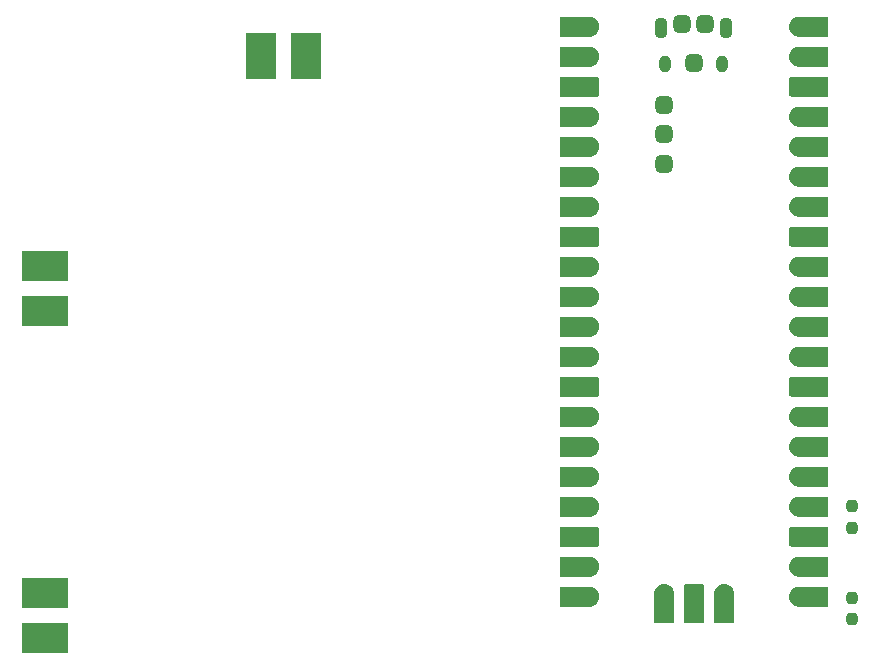
<source format=gtp>
G04 #@! TF.GenerationSoftware,KiCad,Pcbnew,7.0.8*
G04 #@! TF.CreationDate,2023-10-27T17:24:16-04:00*
G04 #@! TF.ProjectId,IPTC Power Distribution and Control,49505443-2050-46f7-9765-722044697374,rev?*
G04 #@! TF.SameCoordinates,Original*
G04 #@! TF.FileFunction,Paste,Top*
G04 #@! TF.FilePolarity,Positive*
%FSLAX46Y46*%
G04 Gerber Fmt 4.6, Leading zero omitted, Abs format (unit mm)*
G04 Created by KiCad (PCBNEW 7.0.8) date 2023-10-27 17:24:16*
%MOMM*%
%LPD*%
G01*
G04 APERTURE LIST*
G04 Aperture macros list*
%AMRoundRect*
0 Rectangle with rounded corners*
0 $1 Rounding radius*
0 $2 $3 $4 $5 $6 $7 $8 $9 X,Y pos of 4 corners*
0 Add a 4 corners polygon primitive as box body*
4,1,4,$2,$3,$4,$5,$6,$7,$8,$9,$2,$3,0*
0 Add four circle primitives for the rounded corners*
1,1,$1+$1,$2,$3*
1,1,$1+$1,$4,$5*
1,1,$1+$1,$6,$7*
1,1,$1+$1,$8,$9*
0 Add four rect primitives between the rounded corners*
20,1,$1+$1,$2,$3,$4,$5,0*
20,1,$1+$1,$4,$5,$6,$7,0*
20,1,$1+$1,$6,$7,$8,$9,0*
20,1,$1+$1,$8,$9,$2,$3,0*%
G04 Aperture macros list end*
%ADD10C,0.010000*%
%ADD11RoundRect,0.237500X0.237500X-0.250000X0.237500X0.250000X-0.237500X0.250000X-0.237500X-0.250000X0*%
%ADD12RoundRect,0.450000X-0.300000X-0.300000X0.300000X-0.300000X0.300000X0.300000X-0.300000X0.300000X0*%
%ADD13O,1.050000X1.450000*%
%ADD14O,1.100000X1.800000*%
%ADD15R,4.000000X2.500000*%
%ADD16R,2.500000X4.000000*%
G04 APERTURE END LIST*
D10*
X211277000Y-99860000D02*
X208277000Y-99860000D01*
X208267000Y-99860000D01*
X208256000Y-99859000D01*
X208246000Y-99858000D01*
X208235000Y-99856000D01*
X208225000Y-99853000D01*
X208215000Y-99850000D01*
X208205000Y-99847000D01*
X208196000Y-99843000D01*
X208186000Y-99838000D01*
X208177000Y-99833000D01*
X208168000Y-99828000D01*
X208159000Y-99822000D01*
X208151000Y-99815000D01*
X208143000Y-99809000D01*
X208136000Y-99801000D01*
X208128000Y-99794000D01*
X208122000Y-99786000D01*
X208115000Y-99778000D01*
X208109000Y-99769000D01*
X208104000Y-99760000D01*
X208099000Y-99751000D01*
X208094000Y-99741000D01*
X208090000Y-99732000D01*
X208087000Y-99722000D01*
X208084000Y-99712000D01*
X208081000Y-99702000D01*
X208079000Y-99691000D01*
X208078000Y-99681000D01*
X208077000Y-99670000D01*
X208077000Y-99660000D01*
X208077000Y-98460000D01*
X208077000Y-98450000D01*
X208078000Y-98439000D01*
X208079000Y-98429000D01*
X208081000Y-98418000D01*
X208084000Y-98408000D01*
X208087000Y-98398000D01*
X208090000Y-98388000D01*
X208094000Y-98379000D01*
X208099000Y-98369000D01*
X208104000Y-98360000D01*
X208109000Y-98351000D01*
X208115000Y-98342000D01*
X208122000Y-98334000D01*
X208128000Y-98326000D01*
X208136000Y-98319000D01*
X208143000Y-98311000D01*
X208151000Y-98305000D01*
X208159000Y-98298000D01*
X208168000Y-98292000D01*
X208177000Y-98287000D01*
X208186000Y-98282000D01*
X208196000Y-98277000D01*
X208205000Y-98273000D01*
X208215000Y-98270000D01*
X208225000Y-98267000D01*
X208235000Y-98264000D01*
X208246000Y-98262000D01*
X208256000Y-98261000D01*
X208267000Y-98260000D01*
X208277000Y-98260000D01*
X211277000Y-98260000D01*
X211277000Y-99860000D01*
G36*
X211277000Y-99860000D02*
G01*
X208277000Y-99860000D01*
X208267000Y-99860000D01*
X208256000Y-99859000D01*
X208246000Y-99858000D01*
X208235000Y-99856000D01*
X208225000Y-99853000D01*
X208215000Y-99850000D01*
X208205000Y-99847000D01*
X208196000Y-99843000D01*
X208186000Y-99838000D01*
X208177000Y-99833000D01*
X208168000Y-99828000D01*
X208159000Y-99822000D01*
X208151000Y-99815000D01*
X208143000Y-99809000D01*
X208136000Y-99801000D01*
X208128000Y-99794000D01*
X208122000Y-99786000D01*
X208115000Y-99778000D01*
X208109000Y-99769000D01*
X208104000Y-99760000D01*
X208099000Y-99751000D01*
X208094000Y-99741000D01*
X208090000Y-99732000D01*
X208087000Y-99722000D01*
X208084000Y-99712000D01*
X208081000Y-99702000D01*
X208079000Y-99691000D01*
X208078000Y-99681000D01*
X208077000Y-99670000D01*
X208077000Y-99660000D01*
X208077000Y-98460000D01*
X208077000Y-98450000D01*
X208078000Y-98439000D01*
X208079000Y-98429000D01*
X208081000Y-98418000D01*
X208084000Y-98408000D01*
X208087000Y-98398000D01*
X208090000Y-98388000D01*
X208094000Y-98379000D01*
X208099000Y-98369000D01*
X208104000Y-98360000D01*
X208109000Y-98351000D01*
X208115000Y-98342000D01*
X208122000Y-98334000D01*
X208128000Y-98326000D01*
X208136000Y-98319000D01*
X208143000Y-98311000D01*
X208151000Y-98305000D01*
X208159000Y-98298000D01*
X208168000Y-98292000D01*
X208177000Y-98287000D01*
X208186000Y-98282000D01*
X208196000Y-98277000D01*
X208205000Y-98273000D01*
X208215000Y-98270000D01*
X208225000Y-98267000D01*
X208235000Y-98264000D01*
X208246000Y-98262000D01*
X208256000Y-98261000D01*
X208267000Y-98260000D01*
X208277000Y-98260000D01*
X211277000Y-98260000D01*
X211277000Y-99860000D01*
G37*
X211277000Y-87160000D02*
X208277000Y-87160000D01*
X208267000Y-87160000D01*
X208256000Y-87159000D01*
X208246000Y-87158000D01*
X208235000Y-87156000D01*
X208225000Y-87153000D01*
X208215000Y-87150000D01*
X208205000Y-87147000D01*
X208196000Y-87143000D01*
X208186000Y-87138000D01*
X208177000Y-87133000D01*
X208168000Y-87128000D01*
X208159000Y-87122000D01*
X208151000Y-87115000D01*
X208143000Y-87109000D01*
X208136000Y-87101000D01*
X208128000Y-87094000D01*
X208122000Y-87086000D01*
X208115000Y-87078000D01*
X208109000Y-87069000D01*
X208104000Y-87060000D01*
X208099000Y-87051000D01*
X208094000Y-87041000D01*
X208090000Y-87032000D01*
X208087000Y-87022000D01*
X208084000Y-87012000D01*
X208081000Y-87002000D01*
X208079000Y-86991000D01*
X208078000Y-86981000D01*
X208077000Y-86970000D01*
X208077000Y-86960000D01*
X208077000Y-85760000D01*
X208077000Y-85750000D01*
X208078000Y-85739000D01*
X208079000Y-85729000D01*
X208081000Y-85718000D01*
X208084000Y-85708000D01*
X208087000Y-85698000D01*
X208090000Y-85688000D01*
X208094000Y-85679000D01*
X208099000Y-85669000D01*
X208104000Y-85660000D01*
X208109000Y-85651000D01*
X208115000Y-85642000D01*
X208122000Y-85634000D01*
X208128000Y-85626000D01*
X208136000Y-85619000D01*
X208143000Y-85611000D01*
X208151000Y-85605000D01*
X208159000Y-85598000D01*
X208168000Y-85592000D01*
X208177000Y-85587000D01*
X208186000Y-85582000D01*
X208196000Y-85577000D01*
X208205000Y-85573000D01*
X208215000Y-85570000D01*
X208225000Y-85567000D01*
X208235000Y-85564000D01*
X208246000Y-85562000D01*
X208256000Y-85561000D01*
X208267000Y-85560000D01*
X208277000Y-85560000D01*
X211277000Y-85560000D01*
X211277000Y-87160000D01*
G36*
X211277000Y-87160000D02*
G01*
X208277000Y-87160000D01*
X208267000Y-87160000D01*
X208256000Y-87159000D01*
X208246000Y-87158000D01*
X208235000Y-87156000D01*
X208225000Y-87153000D01*
X208215000Y-87150000D01*
X208205000Y-87147000D01*
X208196000Y-87143000D01*
X208186000Y-87138000D01*
X208177000Y-87133000D01*
X208168000Y-87128000D01*
X208159000Y-87122000D01*
X208151000Y-87115000D01*
X208143000Y-87109000D01*
X208136000Y-87101000D01*
X208128000Y-87094000D01*
X208122000Y-87086000D01*
X208115000Y-87078000D01*
X208109000Y-87069000D01*
X208104000Y-87060000D01*
X208099000Y-87051000D01*
X208094000Y-87041000D01*
X208090000Y-87032000D01*
X208087000Y-87022000D01*
X208084000Y-87012000D01*
X208081000Y-87002000D01*
X208079000Y-86991000D01*
X208078000Y-86981000D01*
X208077000Y-86970000D01*
X208077000Y-86960000D01*
X208077000Y-85760000D01*
X208077000Y-85750000D01*
X208078000Y-85739000D01*
X208079000Y-85729000D01*
X208081000Y-85718000D01*
X208084000Y-85708000D01*
X208087000Y-85698000D01*
X208090000Y-85688000D01*
X208094000Y-85679000D01*
X208099000Y-85669000D01*
X208104000Y-85660000D01*
X208109000Y-85651000D01*
X208115000Y-85642000D01*
X208122000Y-85634000D01*
X208128000Y-85626000D01*
X208136000Y-85619000D01*
X208143000Y-85611000D01*
X208151000Y-85605000D01*
X208159000Y-85598000D01*
X208168000Y-85592000D01*
X208177000Y-85587000D01*
X208186000Y-85582000D01*
X208196000Y-85577000D01*
X208205000Y-85573000D01*
X208215000Y-85570000D01*
X208225000Y-85567000D01*
X208235000Y-85564000D01*
X208246000Y-85562000D01*
X208256000Y-85561000D01*
X208267000Y-85560000D01*
X208277000Y-85560000D01*
X211277000Y-85560000D01*
X211277000Y-87160000D01*
G37*
X211277000Y-74460000D02*
X208277000Y-74460000D01*
X208267000Y-74460000D01*
X208256000Y-74459000D01*
X208246000Y-74458000D01*
X208235000Y-74456000D01*
X208225000Y-74453000D01*
X208215000Y-74450000D01*
X208205000Y-74447000D01*
X208196000Y-74443000D01*
X208186000Y-74438000D01*
X208177000Y-74433000D01*
X208168000Y-74428000D01*
X208159000Y-74422000D01*
X208151000Y-74415000D01*
X208143000Y-74409000D01*
X208136000Y-74401000D01*
X208128000Y-74394000D01*
X208122000Y-74386000D01*
X208115000Y-74378000D01*
X208109000Y-74369000D01*
X208104000Y-74360000D01*
X208099000Y-74351000D01*
X208094000Y-74341000D01*
X208090000Y-74332000D01*
X208087000Y-74322000D01*
X208084000Y-74312000D01*
X208081000Y-74302000D01*
X208079000Y-74291000D01*
X208078000Y-74281000D01*
X208077000Y-74270000D01*
X208077000Y-74260000D01*
X208077000Y-73060000D01*
X208077000Y-73050000D01*
X208078000Y-73039000D01*
X208079000Y-73029000D01*
X208081000Y-73018000D01*
X208084000Y-73008000D01*
X208087000Y-72998000D01*
X208090000Y-72988000D01*
X208094000Y-72979000D01*
X208099000Y-72969000D01*
X208104000Y-72960000D01*
X208109000Y-72951000D01*
X208115000Y-72942000D01*
X208122000Y-72934000D01*
X208128000Y-72926000D01*
X208136000Y-72919000D01*
X208143000Y-72911000D01*
X208151000Y-72905000D01*
X208159000Y-72898000D01*
X208168000Y-72892000D01*
X208177000Y-72887000D01*
X208186000Y-72882000D01*
X208196000Y-72877000D01*
X208205000Y-72873000D01*
X208215000Y-72870000D01*
X208225000Y-72867000D01*
X208235000Y-72864000D01*
X208246000Y-72862000D01*
X208256000Y-72861000D01*
X208267000Y-72860000D01*
X208277000Y-72860000D01*
X211277000Y-72860000D01*
X211277000Y-74460000D01*
G36*
X211277000Y-74460000D02*
G01*
X208277000Y-74460000D01*
X208267000Y-74460000D01*
X208256000Y-74459000D01*
X208246000Y-74458000D01*
X208235000Y-74456000D01*
X208225000Y-74453000D01*
X208215000Y-74450000D01*
X208205000Y-74447000D01*
X208196000Y-74443000D01*
X208186000Y-74438000D01*
X208177000Y-74433000D01*
X208168000Y-74428000D01*
X208159000Y-74422000D01*
X208151000Y-74415000D01*
X208143000Y-74409000D01*
X208136000Y-74401000D01*
X208128000Y-74394000D01*
X208122000Y-74386000D01*
X208115000Y-74378000D01*
X208109000Y-74369000D01*
X208104000Y-74360000D01*
X208099000Y-74351000D01*
X208094000Y-74341000D01*
X208090000Y-74332000D01*
X208087000Y-74322000D01*
X208084000Y-74312000D01*
X208081000Y-74302000D01*
X208079000Y-74291000D01*
X208078000Y-74281000D01*
X208077000Y-74270000D01*
X208077000Y-74260000D01*
X208077000Y-73060000D01*
X208077000Y-73050000D01*
X208078000Y-73039000D01*
X208079000Y-73029000D01*
X208081000Y-73018000D01*
X208084000Y-73008000D01*
X208087000Y-72998000D01*
X208090000Y-72988000D01*
X208094000Y-72979000D01*
X208099000Y-72969000D01*
X208104000Y-72960000D01*
X208109000Y-72951000D01*
X208115000Y-72942000D01*
X208122000Y-72934000D01*
X208128000Y-72926000D01*
X208136000Y-72919000D01*
X208143000Y-72911000D01*
X208151000Y-72905000D01*
X208159000Y-72898000D01*
X208168000Y-72892000D01*
X208177000Y-72887000D01*
X208186000Y-72882000D01*
X208196000Y-72877000D01*
X208205000Y-72873000D01*
X208215000Y-72870000D01*
X208225000Y-72867000D01*
X208235000Y-72864000D01*
X208246000Y-72862000D01*
X208256000Y-72861000D01*
X208267000Y-72860000D01*
X208277000Y-72860000D01*
X211277000Y-72860000D01*
X211277000Y-74460000D01*
G37*
X211277000Y-61760000D02*
X208277000Y-61760000D01*
X208267000Y-61760000D01*
X208256000Y-61759000D01*
X208246000Y-61758000D01*
X208235000Y-61756000D01*
X208225000Y-61753000D01*
X208215000Y-61750000D01*
X208205000Y-61747000D01*
X208196000Y-61743000D01*
X208186000Y-61738000D01*
X208177000Y-61733000D01*
X208168000Y-61728000D01*
X208159000Y-61722000D01*
X208151000Y-61715000D01*
X208143000Y-61709000D01*
X208136000Y-61701000D01*
X208128000Y-61694000D01*
X208122000Y-61686000D01*
X208115000Y-61678000D01*
X208109000Y-61669000D01*
X208104000Y-61660000D01*
X208099000Y-61651000D01*
X208094000Y-61641000D01*
X208090000Y-61632000D01*
X208087000Y-61622000D01*
X208084000Y-61612000D01*
X208081000Y-61602000D01*
X208079000Y-61591000D01*
X208078000Y-61581000D01*
X208077000Y-61570000D01*
X208077000Y-61560000D01*
X208077000Y-60360000D01*
X208077000Y-60350000D01*
X208078000Y-60339000D01*
X208079000Y-60329000D01*
X208081000Y-60318000D01*
X208084000Y-60308000D01*
X208087000Y-60298000D01*
X208090000Y-60288000D01*
X208094000Y-60279000D01*
X208099000Y-60269000D01*
X208104000Y-60260000D01*
X208109000Y-60251000D01*
X208115000Y-60242000D01*
X208122000Y-60234000D01*
X208128000Y-60226000D01*
X208136000Y-60219000D01*
X208143000Y-60211000D01*
X208151000Y-60205000D01*
X208159000Y-60198000D01*
X208168000Y-60192000D01*
X208177000Y-60187000D01*
X208186000Y-60182000D01*
X208196000Y-60177000D01*
X208205000Y-60173000D01*
X208215000Y-60170000D01*
X208225000Y-60167000D01*
X208235000Y-60164000D01*
X208246000Y-60162000D01*
X208256000Y-60161000D01*
X208267000Y-60160000D01*
X208277000Y-60160000D01*
X211277000Y-60160000D01*
X211277000Y-61760000D01*
G36*
X211277000Y-61760000D02*
G01*
X208277000Y-61760000D01*
X208267000Y-61760000D01*
X208256000Y-61759000D01*
X208246000Y-61758000D01*
X208235000Y-61756000D01*
X208225000Y-61753000D01*
X208215000Y-61750000D01*
X208205000Y-61747000D01*
X208196000Y-61743000D01*
X208186000Y-61738000D01*
X208177000Y-61733000D01*
X208168000Y-61728000D01*
X208159000Y-61722000D01*
X208151000Y-61715000D01*
X208143000Y-61709000D01*
X208136000Y-61701000D01*
X208128000Y-61694000D01*
X208122000Y-61686000D01*
X208115000Y-61678000D01*
X208109000Y-61669000D01*
X208104000Y-61660000D01*
X208099000Y-61651000D01*
X208094000Y-61641000D01*
X208090000Y-61632000D01*
X208087000Y-61622000D01*
X208084000Y-61612000D01*
X208081000Y-61602000D01*
X208079000Y-61591000D01*
X208078000Y-61581000D01*
X208077000Y-61570000D01*
X208077000Y-61560000D01*
X208077000Y-60360000D01*
X208077000Y-60350000D01*
X208078000Y-60339000D01*
X208079000Y-60329000D01*
X208081000Y-60318000D01*
X208084000Y-60308000D01*
X208087000Y-60298000D01*
X208090000Y-60288000D01*
X208094000Y-60279000D01*
X208099000Y-60269000D01*
X208104000Y-60260000D01*
X208109000Y-60251000D01*
X208115000Y-60242000D01*
X208122000Y-60234000D01*
X208128000Y-60226000D01*
X208136000Y-60219000D01*
X208143000Y-60211000D01*
X208151000Y-60205000D01*
X208159000Y-60198000D01*
X208168000Y-60192000D01*
X208177000Y-60187000D01*
X208186000Y-60182000D01*
X208196000Y-60177000D01*
X208205000Y-60173000D01*
X208215000Y-60170000D01*
X208225000Y-60167000D01*
X208235000Y-60164000D01*
X208246000Y-60162000D01*
X208256000Y-60161000D01*
X208267000Y-60160000D01*
X208277000Y-60160000D01*
X211277000Y-60160000D01*
X211277000Y-61760000D01*
G37*
X200608000Y-103111000D02*
X200618000Y-103112000D01*
X200629000Y-103114000D01*
X200639000Y-103117000D01*
X200649000Y-103120000D01*
X200659000Y-103123000D01*
X200668000Y-103127000D01*
X200678000Y-103132000D01*
X200687000Y-103137000D01*
X200696000Y-103142000D01*
X200705000Y-103148000D01*
X200713000Y-103155000D01*
X200721000Y-103161000D01*
X200728000Y-103169000D01*
X200736000Y-103176000D01*
X200742000Y-103184000D01*
X200749000Y-103192000D01*
X200755000Y-103201000D01*
X200760000Y-103210000D01*
X200765000Y-103219000D01*
X200770000Y-103229000D01*
X200774000Y-103238000D01*
X200777000Y-103248000D01*
X200780000Y-103258000D01*
X200783000Y-103268000D01*
X200785000Y-103279000D01*
X200786000Y-103289000D01*
X200787000Y-103300000D01*
X200787000Y-103310000D01*
X200787000Y-106310000D01*
X199187000Y-106310000D01*
X199187000Y-103310000D01*
X199187000Y-103300000D01*
X199188000Y-103289000D01*
X199189000Y-103279000D01*
X199191000Y-103268000D01*
X199194000Y-103258000D01*
X199197000Y-103248000D01*
X199200000Y-103238000D01*
X199204000Y-103229000D01*
X199209000Y-103219000D01*
X199214000Y-103210000D01*
X199219000Y-103201000D01*
X199225000Y-103192000D01*
X199232000Y-103184000D01*
X199238000Y-103176000D01*
X199246000Y-103169000D01*
X199253000Y-103161000D01*
X199261000Y-103155000D01*
X199269000Y-103148000D01*
X199278000Y-103142000D01*
X199287000Y-103137000D01*
X199296000Y-103132000D01*
X199306000Y-103127000D01*
X199315000Y-103123000D01*
X199325000Y-103120000D01*
X199335000Y-103117000D01*
X199345000Y-103114000D01*
X199356000Y-103112000D01*
X199366000Y-103111000D01*
X199377000Y-103110000D01*
X199387000Y-103110000D01*
X200587000Y-103110000D01*
X200597000Y-103110000D01*
X200608000Y-103111000D01*
G36*
X200608000Y-103111000D02*
G01*
X200618000Y-103112000D01*
X200629000Y-103114000D01*
X200639000Y-103117000D01*
X200649000Y-103120000D01*
X200659000Y-103123000D01*
X200668000Y-103127000D01*
X200678000Y-103132000D01*
X200687000Y-103137000D01*
X200696000Y-103142000D01*
X200705000Y-103148000D01*
X200713000Y-103155000D01*
X200721000Y-103161000D01*
X200728000Y-103169000D01*
X200736000Y-103176000D01*
X200742000Y-103184000D01*
X200749000Y-103192000D01*
X200755000Y-103201000D01*
X200760000Y-103210000D01*
X200765000Y-103219000D01*
X200770000Y-103229000D01*
X200774000Y-103238000D01*
X200777000Y-103248000D01*
X200780000Y-103258000D01*
X200783000Y-103268000D01*
X200785000Y-103279000D01*
X200786000Y-103289000D01*
X200787000Y-103300000D01*
X200787000Y-103310000D01*
X200787000Y-106310000D01*
X199187000Y-106310000D01*
X199187000Y-103310000D01*
X199187000Y-103300000D01*
X199188000Y-103289000D01*
X199189000Y-103279000D01*
X199191000Y-103268000D01*
X199194000Y-103258000D01*
X199197000Y-103248000D01*
X199200000Y-103238000D01*
X199204000Y-103229000D01*
X199209000Y-103219000D01*
X199214000Y-103210000D01*
X199219000Y-103201000D01*
X199225000Y-103192000D01*
X199232000Y-103184000D01*
X199238000Y-103176000D01*
X199246000Y-103169000D01*
X199253000Y-103161000D01*
X199261000Y-103155000D01*
X199269000Y-103148000D01*
X199278000Y-103142000D01*
X199287000Y-103137000D01*
X199296000Y-103132000D01*
X199306000Y-103127000D01*
X199315000Y-103123000D01*
X199325000Y-103120000D01*
X199335000Y-103117000D01*
X199345000Y-103114000D01*
X199356000Y-103112000D01*
X199366000Y-103111000D01*
X199377000Y-103110000D01*
X199387000Y-103110000D01*
X200587000Y-103110000D01*
X200597000Y-103110000D01*
X200608000Y-103111000D01*
G37*
X191718000Y-98261000D02*
X191728000Y-98262000D01*
X191739000Y-98264000D01*
X191749000Y-98267000D01*
X191759000Y-98270000D01*
X191769000Y-98273000D01*
X191778000Y-98277000D01*
X191788000Y-98282000D01*
X191797000Y-98287000D01*
X191806000Y-98292000D01*
X191815000Y-98298000D01*
X191823000Y-98305000D01*
X191831000Y-98311000D01*
X191838000Y-98319000D01*
X191846000Y-98326000D01*
X191852000Y-98334000D01*
X191859000Y-98342000D01*
X191865000Y-98351000D01*
X191870000Y-98360000D01*
X191875000Y-98369000D01*
X191880000Y-98379000D01*
X191884000Y-98388000D01*
X191887000Y-98398000D01*
X191890000Y-98408000D01*
X191893000Y-98418000D01*
X191895000Y-98429000D01*
X191896000Y-98439000D01*
X191897000Y-98450000D01*
X191897000Y-98460000D01*
X191897000Y-99660000D01*
X191897000Y-99670000D01*
X191896000Y-99681000D01*
X191895000Y-99691000D01*
X191893000Y-99702000D01*
X191890000Y-99712000D01*
X191887000Y-99722000D01*
X191884000Y-99732000D01*
X191880000Y-99741000D01*
X191875000Y-99751000D01*
X191870000Y-99760000D01*
X191865000Y-99769000D01*
X191859000Y-99778000D01*
X191852000Y-99786000D01*
X191846000Y-99794000D01*
X191838000Y-99801000D01*
X191831000Y-99809000D01*
X191823000Y-99815000D01*
X191815000Y-99822000D01*
X191806000Y-99828000D01*
X191797000Y-99833000D01*
X191788000Y-99838000D01*
X191778000Y-99843000D01*
X191769000Y-99847000D01*
X191759000Y-99850000D01*
X191749000Y-99853000D01*
X191739000Y-99856000D01*
X191728000Y-99858000D01*
X191718000Y-99859000D01*
X191707000Y-99860000D01*
X191697000Y-99860000D01*
X188697000Y-99860000D01*
X188697000Y-98260000D01*
X191697000Y-98260000D01*
X191707000Y-98260000D01*
X191718000Y-98261000D01*
G36*
X191718000Y-98261000D02*
G01*
X191728000Y-98262000D01*
X191739000Y-98264000D01*
X191749000Y-98267000D01*
X191759000Y-98270000D01*
X191769000Y-98273000D01*
X191778000Y-98277000D01*
X191788000Y-98282000D01*
X191797000Y-98287000D01*
X191806000Y-98292000D01*
X191815000Y-98298000D01*
X191823000Y-98305000D01*
X191831000Y-98311000D01*
X191838000Y-98319000D01*
X191846000Y-98326000D01*
X191852000Y-98334000D01*
X191859000Y-98342000D01*
X191865000Y-98351000D01*
X191870000Y-98360000D01*
X191875000Y-98369000D01*
X191880000Y-98379000D01*
X191884000Y-98388000D01*
X191887000Y-98398000D01*
X191890000Y-98408000D01*
X191893000Y-98418000D01*
X191895000Y-98429000D01*
X191896000Y-98439000D01*
X191897000Y-98450000D01*
X191897000Y-98460000D01*
X191897000Y-99660000D01*
X191897000Y-99670000D01*
X191896000Y-99681000D01*
X191895000Y-99691000D01*
X191893000Y-99702000D01*
X191890000Y-99712000D01*
X191887000Y-99722000D01*
X191884000Y-99732000D01*
X191880000Y-99741000D01*
X191875000Y-99751000D01*
X191870000Y-99760000D01*
X191865000Y-99769000D01*
X191859000Y-99778000D01*
X191852000Y-99786000D01*
X191846000Y-99794000D01*
X191838000Y-99801000D01*
X191831000Y-99809000D01*
X191823000Y-99815000D01*
X191815000Y-99822000D01*
X191806000Y-99828000D01*
X191797000Y-99833000D01*
X191788000Y-99838000D01*
X191778000Y-99843000D01*
X191769000Y-99847000D01*
X191759000Y-99850000D01*
X191749000Y-99853000D01*
X191739000Y-99856000D01*
X191728000Y-99858000D01*
X191718000Y-99859000D01*
X191707000Y-99860000D01*
X191697000Y-99860000D01*
X188697000Y-99860000D01*
X188697000Y-98260000D01*
X191697000Y-98260000D01*
X191707000Y-98260000D01*
X191718000Y-98261000D01*
G37*
X191718000Y-85561000D02*
X191728000Y-85562000D01*
X191739000Y-85564000D01*
X191749000Y-85567000D01*
X191759000Y-85570000D01*
X191769000Y-85573000D01*
X191778000Y-85577000D01*
X191788000Y-85582000D01*
X191797000Y-85587000D01*
X191806000Y-85592000D01*
X191815000Y-85598000D01*
X191823000Y-85605000D01*
X191831000Y-85611000D01*
X191838000Y-85619000D01*
X191846000Y-85626000D01*
X191852000Y-85634000D01*
X191859000Y-85642000D01*
X191865000Y-85651000D01*
X191870000Y-85660000D01*
X191875000Y-85669000D01*
X191880000Y-85679000D01*
X191884000Y-85688000D01*
X191887000Y-85698000D01*
X191890000Y-85708000D01*
X191893000Y-85718000D01*
X191895000Y-85729000D01*
X191896000Y-85739000D01*
X191897000Y-85750000D01*
X191897000Y-85760000D01*
X191897000Y-86960000D01*
X191897000Y-86970000D01*
X191896000Y-86981000D01*
X191895000Y-86991000D01*
X191893000Y-87002000D01*
X191890000Y-87012000D01*
X191887000Y-87022000D01*
X191884000Y-87032000D01*
X191880000Y-87041000D01*
X191875000Y-87051000D01*
X191870000Y-87060000D01*
X191865000Y-87069000D01*
X191859000Y-87078000D01*
X191852000Y-87086000D01*
X191846000Y-87094000D01*
X191838000Y-87101000D01*
X191831000Y-87109000D01*
X191823000Y-87115000D01*
X191815000Y-87122000D01*
X191806000Y-87128000D01*
X191797000Y-87133000D01*
X191788000Y-87138000D01*
X191778000Y-87143000D01*
X191769000Y-87147000D01*
X191759000Y-87150000D01*
X191749000Y-87153000D01*
X191739000Y-87156000D01*
X191728000Y-87158000D01*
X191718000Y-87159000D01*
X191707000Y-87160000D01*
X191697000Y-87160000D01*
X188697000Y-87160000D01*
X188697000Y-85560000D01*
X191697000Y-85560000D01*
X191707000Y-85560000D01*
X191718000Y-85561000D01*
G36*
X191718000Y-85561000D02*
G01*
X191728000Y-85562000D01*
X191739000Y-85564000D01*
X191749000Y-85567000D01*
X191759000Y-85570000D01*
X191769000Y-85573000D01*
X191778000Y-85577000D01*
X191788000Y-85582000D01*
X191797000Y-85587000D01*
X191806000Y-85592000D01*
X191815000Y-85598000D01*
X191823000Y-85605000D01*
X191831000Y-85611000D01*
X191838000Y-85619000D01*
X191846000Y-85626000D01*
X191852000Y-85634000D01*
X191859000Y-85642000D01*
X191865000Y-85651000D01*
X191870000Y-85660000D01*
X191875000Y-85669000D01*
X191880000Y-85679000D01*
X191884000Y-85688000D01*
X191887000Y-85698000D01*
X191890000Y-85708000D01*
X191893000Y-85718000D01*
X191895000Y-85729000D01*
X191896000Y-85739000D01*
X191897000Y-85750000D01*
X191897000Y-85760000D01*
X191897000Y-86960000D01*
X191897000Y-86970000D01*
X191896000Y-86981000D01*
X191895000Y-86991000D01*
X191893000Y-87002000D01*
X191890000Y-87012000D01*
X191887000Y-87022000D01*
X191884000Y-87032000D01*
X191880000Y-87041000D01*
X191875000Y-87051000D01*
X191870000Y-87060000D01*
X191865000Y-87069000D01*
X191859000Y-87078000D01*
X191852000Y-87086000D01*
X191846000Y-87094000D01*
X191838000Y-87101000D01*
X191831000Y-87109000D01*
X191823000Y-87115000D01*
X191815000Y-87122000D01*
X191806000Y-87128000D01*
X191797000Y-87133000D01*
X191788000Y-87138000D01*
X191778000Y-87143000D01*
X191769000Y-87147000D01*
X191759000Y-87150000D01*
X191749000Y-87153000D01*
X191739000Y-87156000D01*
X191728000Y-87158000D01*
X191718000Y-87159000D01*
X191707000Y-87160000D01*
X191697000Y-87160000D01*
X188697000Y-87160000D01*
X188697000Y-85560000D01*
X191697000Y-85560000D01*
X191707000Y-85560000D01*
X191718000Y-85561000D01*
G37*
X191718000Y-72861000D02*
X191728000Y-72862000D01*
X191739000Y-72864000D01*
X191749000Y-72867000D01*
X191759000Y-72870000D01*
X191769000Y-72873000D01*
X191778000Y-72877000D01*
X191788000Y-72882000D01*
X191797000Y-72887000D01*
X191806000Y-72892000D01*
X191815000Y-72898000D01*
X191823000Y-72905000D01*
X191831000Y-72911000D01*
X191838000Y-72919000D01*
X191846000Y-72926000D01*
X191852000Y-72934000D01*
X191859000Y-72942000D01*
X191865000Y-72951000D01*
X191870000Y-72960000D01*
X191875000Y-72969000D01*
X191880000Y-72979000D01*
X191884000Y-72988000D01*
X191887000Y-72998000D01*
X191890000Y-73008000D01*
X191893000Y-73018000D01*
X191895000Y-73029000D01*
X191896000Y-73039000D01*
X191897000Y-73050000D01*
X191897000Y-73060000D01*
X191897000Y-74260000D01*
X191897000Y-74270000D01*
X191896000Y-74281000D01*
X191895000Y-74291000D01*
X191893000Y-74302000D01*
X191890000Y-74312000D01*
X191887000Y-74322000D01*
X191884000Y-74332000D01*
X191880000Y-74341000D01*
X191875000Y-74351000D01*
X191870000Y-74360000D01*
X191865000Y-74369000D01*
X191859000Y-74378000D01*
X191852000Y-74386000D01*
X191846000Y-74394000D01*
X191838000Y-74401000D01*
X191831000Y-74409000D01*
X191823000Y-74415000D01*
X191815000Y-74422000D01*
X191806000Y-74428000D01*
X191797000Y-74433000D01*
X191788000Y-74438000D01*
X191778000Y-74443000D01*
X191769000Y-74447000D01*
X191759000Y-74450000D01*
X191749000Y-74453000D01*
X191739000Y-74456000D01*
X191728000Y-74458000D01*
X191718000Y-74459000D01*
X191707000Y-74460000D01*
X191697000Y-74460000D01*
X188697000Y-74460000D01*
X188697000Y-72860000D01*
X191697000Y-72860000D01*
X191707000Y-72860000D01*
X191718000Y-72861000D01*
G36*
X191718000Y-72861000D02*
G01*
X191728000Y-72862000D01*
X191739000Y-72864000D01*
X191749000Y-72867000D01*
X191759000Y-72870000D01*
X191769000Y-72873000D01*
X191778000Y-72877000D01*
X191788000Y-72882000D01*
X191797000Y-72887000D01*
X191806000Y-72892000D01*
X191815000Y-72898000D01*
X191823000Y-72905000D01*
X191831000Y-72911000D01*
X191838000Y-72919000D01*
X191846000Y-72926000D01*
X191852000Y-72934000D01*
X191859000Y-72942000D01*
X191865000Y-72951000D01*
X191870000Y-72960000D01*
X191875000Y-72969000D01*
X191880000Y-72979000D01*
X191884000Y-72988000D01*
X191887000Y-72998000D01*
X191890000Y-73008000D01*
X191893000Y-73018000D01*
X191895000Y-73029000D01*
X191896000Y-73039000D01*
X191897000Y-73050000D01*
X191897000Y-73060000D01*
X191897000Y-74260000D01*
X191897000Y-74270000D01*
X191896000Y-74281000D01*
X191895000Y-74291000D01*
X191893000Y-74302000D01*
X191890000Y-74312000D01*
X191887000Y-74322000D01*
X191884000Y-74332000D01*
X191880000Y-74341000D01*
X191875000Y-74351000D01*
X191870000Y-74360000D01*
X191865000Y-74369000D01*
X191859000Y-74378000D01*
X191852000Y-74386000D01*
X191846000Y-74394000D01*
X191838000Y-74401000D01*
X191831000Y-74409000D01*
X191823000Y-74415000D01*
X191815000Y-74422000D01*
X191806000Y-74428000D01*
X191797000Y-74433000D01*
X191788000Y-74438000D01*
X191778000Y-74443000D01*
X191769000Y-74447000D01*
X191759000Y-74450000D01*
X191749000Y-74453000D01*
X191739000Y-74456000D01*
X191728000Y-74458000D01*
X191718000Y-74459000D01*
X191707000Y-74460000D01*
X191697000Y-74460000D01*
X188697000Y-74460000D01*
X188697000Y-72860000D01*
X191697000Y-72860000D01*
X191707000Y-72860000D01*
X191718000Y-72861000D01*
G37*
X191718000Y-60161000D02*
X191728000Y-60162000D01*
X191739000Y-60164000D01*
X191749000Y-60167000D01*
X191759000Y-60170000D01*
X191769000Y-60173000D01*
X191778000Y-60177000D01*
X191788000Y-60182000D01*
X191797000Y-60187000D01*
X191806000Y-60192000D01*
X191815000Y-60198000D01*
X191823000Y-60205000D01*
X191831000Y-60211000D01*
X191838000Y-60219000D01*
X191846000Y-60226000D01*
X191852000Y-60234000D01*
X191859000Y-60242000D01*
X191865000Y-60251000D01*
X191870000Y-60260000D01*
X191875000Y-60269000D01*
X191880000Y-60279000D01*
X191884000Y-60288000D01*
X191887000Y-60298000D01*
X191890000Y-60308000D01*
X191893000Y-60318000D01*
X191895000Y-60329000D01*
X191896000Y-60339000D01*
X191897000Y-60350000D01*
X191897000Y-60360000D01*
X191897000Y-61560000D01*
X191897000Y-61570000D01*
X191896000Y-61581000D01*
X191895000Y-61591000D01*
X191893000Y-61602000D01*
X191890000Y-61612000D01*
X191887000Y-61622000D01*
X191884000Y-61632000D01*
X191880000Y-61641000D01*
X191875000Y-61651000D01*
X191870000Y-61660000D01*
X191865000Y-61669000D01*
X191859000Y-61678000D01*
X191852000Y-61686000D01*
X191846000Y-61694000D01*
X191838000Y-61701000D01*
X191831000Y-61709000D01*
X191823000Y-61715000D01*
X191815000Y-61722000D01*
X191806000Y-61728000D01*
X191797000Y-61733000D01*
X191788000Y-61738000D01*
X191778000Y-61743000D01*
X191769000Y-61747000D01*
X191759000Y-61750000D01*
X191749000Y-61753000D01*
X191739000Y-61756000D01*
X191728000Y-61758000D01*
X191718000Y-61759000D01*
X191707000Y-61760000D01*
X191697000Y-61760000D01*
X188697000Y-61760000D01*
X188697000Y-60160000D01*
X191697000Y-60160000D01*
X191707000Y-60160000D01*
X191718000Y-60161000D01*
G36*
X191718000Y-60161000D02*
G01*
X191728000Y-60162000D01*
X191739000Y-60164000D01*
X191749000Y-60167000D01*
X191759000Y-60170000D01*
X191769000Y-60173000D01*
X191778000Y-60177000D01*
X191788000Y-60182000D01*
X191797000Y-60187000D01*
X191806000Y-60192000D01*
X191815000Y-60198000D01*
X191823000Y-60205000D01*
X191831000Y-60211000D01*
X191838000Y-60219000D01*
X191846000Y-60226000D01*
X191852000Y-60234000D01*
X191859000Y-60242000D01*
X191865000Y-60251000D01*
X191870000Y-60260000D01*
X191875000Y-60269000D01*
X191880000Y-60279000D01*
X191884000Y-60288000D01*
X191887000Y-60298000D01*
X191890000Y-60308000D01*
X191893000Y-60318000D01*
X191895000Y-60329000D01*
X191896000Y-60339000D01*
X191897000Y-60350000D01*
X191897000Y-60360000D01*
X191897000Y-61560000D01*
X191897000Y-61570000D01*
X191896000Y-61581000D01*
X191895000Y-61591000D01*
X191893000Y-61602000D01*
X191890000Y-61612000D01*
X191887000Y-61622000D01*
X191884000Y-61632000D01*
X191880000Y-61641000D01*
X191875000Y-61651000D01*
X191870000Y-61660000D01*
X191865000Y-61669000D01*
X191859000Y-61678000D01*
X191852000Y-61686000D01*
X191846000Y-61694000D01*
X191838000Y-61701000D01*
X191831000Y-61709000D01*
X191823000Y-61715000D01*
X191815000Y-61722000D01*
X191806000Y-61728000D01*
X191797000Y-61733000D01*
X191788000Y-61738000D01*
X191778000Y-61743000D01*
X191769000Y-61747000D01*
X191759000Y-61750000D01*
X191749000Y-61753000D01*
X191739000Y-61756000D01*
X191728000Y-61758000D01*
X191718000Y-61759000D01*
X191707000Y-61760000D01*
X191697000Y-61760000D01*
X188697000Y-61760000D01*
X188697000Y-60160000D01*
X191697000Y-60160000D01*
X191707000Y-60160000D01*
X191718000Y-60161000D01*
G37*
X211277000Y-104940000D02*
X208877000Y-104940000D01*
X208835000Y-104939000D01*
X208793000Y-104936000D01*
X208752000Y-104930000D01*
X208711000Y-104923000D01*
X208670000Y-104913000D01*
X208630000Y-104901000D01*
X208590000Y-104887000D01*
X208552000Y-104871000D01*
X208514000Y-104853000D01*
X208477000Y-104833000D01*
X208441000Y-104811000D01*
X208407000Y-104787000D01*
X208374000Y-104762000D01*
X208342000Y-104735000D01*
X208311000Y-104706000D01*
X208282000Y-104675000D01*
X208255000Y-104643000D01*
X208230000Y-104610000D01*
X208206000Y-104576000D01*
X208184000Y-104540000D01*
X208164000Y-104503000D01*
X208146000Y-104465000D01*
X208130000Y-104427000D01*
X208116000Y-104387000D01*
X208104000Y-104347000D01*
X208094000Y-104306000D01*
X208087000Y-104265000D01*
X208081000Y-104224000D01*
X208078000Y-104182000D01*
X208077000Y-104140000D01*
X208078000Y-104098000D01*
X208081000Y-104056000D01*
X208087000Y-104015000D01*
X208094000Y-103974000D01*
X208104000Y-103933000D01*
X208116000Y-103893000D01*
X208130000Y-103853000D01*
X208146000Y-103815000D01*
X208164000Y-103777000D01*
X208184000Y-103740000D01*
X208206000Y-103704000D01*
X208230000Y-103670000D01*
X208255000Y-103637000D01*
X208282000Y-103605000D01*
X208311000Y-103574000D01*
X208342000Y-103545000D01*
X208374000Y-103518000D01*
X208407000Y-103493000D01*
X208441000Y-103469000D01*
X208477000Y-103447000D01*
X208514000Y-103427000D01*
X208552000Y-103409000D01*
X208590000Y-103393000D01*
X208630000Y-103379000D01*
X208670000Y-103367000D01*
X208711000Y-103357000D01*
X208752000Y-103350000D01*
X208793000Y-103344000D01*
X208835000Y-103341000D01*
X208877000Y-103340000D01*
X211277000Y-103340000D01*
X211277000Y-104940000D01*
G36*
X211277000Y-104940000D02*
G01*
X208877000Y-104940000D01*
X208835000Y-104939000D01*
X208793000Y-104936000D01*
X208752000Y-104930000D01*
X208711000Y-104923000D01*
X208670000Y-104913000D01*
X208630000Y-104901000D01*
X208590000Y-104887000D01*
X208552000Y-104871000D01*
X208514000Y-104853000D01*
X208477000Y-104833000D01*
X208441000Y-104811000D01*
X208407000Y-104787000D01*
X208374000Y-104762000D01*
X208342000Y-104735000D01*
X208311000Y-104706000D01*
X208282000Y-104675000D01*
X208255000Y-104643000D01*
X208230000Y-104610000D01*
X208206000Y-104576000D01*
X208184000Y-104540000D01*
X208164000Y-104503000D01*
X208146000Y-104465000D01*
X208130000Y-104427000D01*
X208116000Y-104387000D01*
X208104000Y-104347000D01*
X208094000Y-104306000D01*
X208087000Y-104265000D01*
X208081000Y-104224000D01*
X208078000Y-104182000D01*
X208077000Y-104140000D01*
X208078000Y-104098000D01*
X208081000Y-104056000D01*
X208087000Y-104015000D01*
X208094000Y-103974000D01*
X208104000Y-103933000D01*
X208116000Y-103893000D01*
X208130000Y-103853000D01*
X208146000Y-103815000D01*
X208164000Y-103777000D01*
X208184000Y-103740000D01*
X208206000Y-103704000D01*
X208230000Y-103670000D01*
X208255000Y-103637000D01*
X208282000Y-103605000D01*
X208311000Y-103574000D01*
X208342000Y-103545000D01*
X208374000Y-103518000D01*
X208407000Y-103493000D01*
X208441000Y-103469000D01*
X208477000Y-103447000D01*
X208514000Y-103427000D01*
X208552000Y-103409000D01*
X208590000Y-103393000D01*
X208630000Y-103379000D01*
X208670000Y-103367000D01*
X208711000Y-103357000D01*
X208752000Y-103350000D01*
X208793000Y-103344000D01*
X208835000Y-103341000D01*
X208877000Y-103340000D01*
X211277000Y-103340000D01*
X211277000Y-104940000D01*
G37*
X211277000Y-102400000D02*
X208877000Y-102400000D01*
X208835000Y-102399000D01*
X208793000Y-102396000D01*
X208752000Y-102390000D01*
X208711000Y-102383000D01*
X208670000Y-102373000D01*
X208630000Y-102361000D01*
X208590000Y-102347000D01*
X208552000Y-102331000D01*
X208514000Y-102313000D01*
X208477000Y-102293000D01*
X208441000Y-102271000D01*
X208407000Y-102247000D01*
X208374000Y-102222000D01*
X208342000Y-102195000D01*
X208311000Y-102166000D01*
X208282000Y-102135000D01*
X208255000Y-102103000D01*
X208230000Y-102070000D01*
X208206000Y-102036000D01*
X208184000Y-102000000D01*
X208164000Y-101963000D01*
X208146000Y-101925000D01*
X208130000Y-101887000D01*
X208116000Y-101847000D01*
X208104000Y-101807000D01*
X208094000Y-101766000D01*
X208087000Y-101725000D01*
X208081000Y-101684000D01*
X208078000Y-101642000D01*
X208077000Y-101600000D01*
X208078000Y-101558000D01*
X208081000Y-101516000D01*
X208087000Y-101475000D01*
X208094000Y-101434000D01*
X208104000Y-101393000D01*
X208116000Y-101353000D01*
X208130000Y-101313000D01*
X208146000Y-101275000D01*
X208164000Y-101237000D01*
X208184000Y-101200000D01*
X208206000Y-101164000D01*
X208230000Y-101130000D01*
X208255000Y-101097000D01*
X208282000Y-101065000D01*
X208311000Y-101034000D01*
X208342000Y-101005000D01*
X208374000Y-100978000D01*
X208407000Y-100953000D01*
X208441000Y-100929000D01*
X208477000Y-100907000D01*
X208514000Y-100887000D01*
X208552000Y-100869000D01*
X208590000Y-100853000D01*
X208630000Y-100839000D01*
X208670000Y-100827000D01*
X208711000Y-100817000D01*
X208752000Y-100810000D01*
X208793000Y-100804000D01*
X208835000Y-100801000D01*
X208877000Y-100800000D01*
X211277000Y-100800000D01*
X211277000Y-102400000D01*
G36*
X211277000Y-102400000D02*
G01*
X208877000Y-102400000D01*
X208835000Y-102399000D01*
X208793000Y-102396000D01*
X208752000Y-102390000D01*
X208711000Y-102383000D01*
X208670000Y-102373000D01*
X208630000Y-102361000D01*
X208590000Y-102347000D01*
X208552000Y-102331000D01*
X208514000Y-102313000D01*
X208477000Y-102293000D01*
X208441000Y-102271000D01*
X208407000Y-102247000D01*
X208374000Y-102222000D01*
X208342000Y-102195000D01*
X208311000Y-102166000D01*
X208282000Y-102135000D01*
X208255000Y-102103000D01*
X208230000Y-102070000D01*
X208206000Y-102036000D01*
X208184000Y-102000000D01*
X208164000Y-101963000D01*
X208146000Y-101925000D01*
X208130000Y-101887000D01*
X208116000Y-101847000D01*
X208104000Y-101807000D01*
X208094000Y-101766000D01*
X208087000Y-101725000D01*
X208081000Y-101684000D01*
X208078000Y-101642000D01*
X208077000Y-101600000D01*
X208078000Y-101558000D01*
X208081000Y-101516000D01*
X208087000Y-101475000D01*
X208094000Y-101434000D01*
X208104000Y-101393000D01*
X208116000Y-101353000D01*
X208130000Y-101313000D01*
X208146000Y-101275000D01*
X208164000Y-101237000D01*
X208184000Y-101200000D01*
X208206000Y-101164000D01*
X208230000Y-101130000D01*
X208255000Y-101097000D01*
X208282000Y-101065000D01*
X208311000Y-101034000D01*
X208342000Y-101005000D01*
X208374000Y-100978000D01*
X208407000Y-100953000D01*
X208441000Y-100929000D01*
X208477000Y-100907000D01*
X208514000Y-100887000D01*
X208552000Y-100869000D01*
X208590000Y-100853000D01*
X208630000Y-100839000D01*
X208670000Y-100827000D01*
X208711000Y-100817000D01*
X208752000Y-100810000D01*
X208793000Y-100804000D01*
X208835000Y-100801000D01*
X208877000Y-100800000D01*
X211277000Y-100800000D01*
X211277000Y-102400000D01*
G37*
X211277000Y-97320000D02*
X208877000Y-97320000D01*
X208835000Y-97319000D01*
X208793000Y-97316000D01*
X208752000Y-97310000D01*
X208711000Y-97303000D01*
X208670000Y-97293000D01*
X208630000Y-97281000D01*
X208590000Y-97267000D01*
X208552000Y-97251000D01*
X208514000Y-97233000D01*
X208477000Y-97213000D01*
X208441000Y-97191000D01*
X208407000Y-97167000D01*
X208374000Y-97142000D01*
X208342000Y-97115000D01*
X208311000Y-97086000D01*
X208282000Y-97055000D01*
X208255000Y-97023000D01*
X208230000Y-96990000D01*
X208206000Y-96956000D01*
X208184000Y-96920000D01*
X208164000Y-96883000D01*
X208146000Y-96845000D01*
X208130000Y-96807000D01*
X208116000Y-96767000D01*
X208104000Y-96727000D01*
X208094000Y-96686000D01*
X208087000Y-96645000D01*
X208081000Y-96604000D01*
X208078000Y-96562000D01*
X208077000Y-96520000D01*
X208078000Y-96478000D01*
X208081000Y-96436000D01*
X208087000Y-96395000D01*
X208094000Y-96354000D01*
X208104000Y-96313000D01*
X208116000Y-96273000D01*
X208130000Y-96233000D01*
X208146000Y-96195000D01*
X208164000Y-96157000D01*
X208184000Y-96120000D01*
X208206000Y-96084000D01*
X208230000Y-96050000D01*
X208255000Y-96017000D01*
X208282000Y-95985000D01*
X208311000Y-95954000D01*
X208342000Y-95925000D01*
X208374000Y-95898000D01*
X208407000Y-95873000D01*
X208441000Y-95849000D01*
X208477000Y-95827000D01*
X208514000Y-95807000D01*
X208552000Y-95789000D01*
X208590000Y-95773000D01*
X208630000Y-95759000D01*
X208670000Y-95747000D01*
X208711000Y-95737000D01*
X208752000Y-95730000D01*
X208793000Y-95724000D01*
X208835000Y-95721000D01*
X208877000Y-95720000D01*
X211277000Y-95720000D01*
X211277000Y-97320000D01*
G36*
X211277000Y-97320000D02*
G01*
X208877000Y-97320000D01*
X208835000Y-97319000D01*
X208793000Y-97316000D01*
X208752000Y-97310000D01*
X208711000Y-97303000D01*
X208670000Y-97293000D01*
X208630000Y-97281000D01*
X208590000Y-97267000D01*
X208552000Y-97251000D01*
X208514000Y-97233000D01*
X208477000Y-97213000D01*
X208441000Y-97191000D01*
X208407000Y-97167000D01*
X208374000Y-97142000D01*
X208342000Y-97115000D01*
X208311000Y-97086000D01*
X208282000Y-97055000D01*
X208255000Y-97023000D01*
X208230000Y-96990000D01*
X208206000Y-96956000D01*
X208184000Y-96920000D01*
X208164000Y-96883000D01*
X208146000Y-96845000D01*
X208130000Y-96807000D01*
X208116000Y-96767000D01*
X208104000Y-96727000D01*
X208094000Y-96686000D01*
X208087000Y-96645000D01*
X208081000Y-96604000D01*
X208078000Y-96562000D01*
X208077000Y-96520000D01*
X208078000Y-96478000D01*
X208081000Y-96436000D01*
X208087000Y-96395000D01*
X208094000Y-96354000D01*
X208104000Y-96313000D01*
X208116000Y-96273000D01*
X208130000Y-96233000D01*
X208146000Y-96195000D01*
X208164000Y-96157000D01*
X208184000Y-96120000D01*
X208206000Y-96084000D01*
X208230000Y-96050000D01*
X208255000Y-96017000D01*
X208282000Y-95985000D01*
X208311000Y-95954000D01*
X208342000Y-95925000D01*
X208374000Y-95898000D01*
X208407000Y-95873000D01*
X208441000Y-95849000D01*
X208477000Y-95827000D01*
X208514000Y-95807000D01*
X208552000Y-95789000D01*
X208590000Y-95773000D01*
X208630000Y-95759000D01*
X208670000Y-95747000D01*
X208711000Y-95737000D01*
X208752000Y-95730000D01*
X208793000Y-95724000D01*
X208835000Y-95721000D01*
X208877000Y-95720000D01*
X211277000Y-95720000D01*
X211277000Y-97320000D01*
G37*
X211277000Y-94780000D02*
X208877000Y-94780000D01*
X208835000Y-94779000D01*
X208793000Y-94776000D01*
X208752000Y-94770000D01*
X208711000Y-94763000D01*
X208670000Y-94753000D01*
X208630000Y-94741000D01*
X208590000Y-94727000D01*
X208552000Y-94711000D01*
X208514000Y-94693000D01*
X208477000Y-94673000D01*
X208441000Y-94651000D01*
X208407000Y-94627000D01*
X208374000Y-94602000D01*
X208342000Y-94575000D01*
X208311000Y-94546000D01*
X208282000Y-94515000D01*
X208255000Y-94483000D01*
X208230000Y-94450000D01*
X208206000Y-94416000D01*
X208184000Y-94380000D01*
X208164000Y-94343000D01*
X208146000Y-94305000D01*
X208130000Y-94267000D01*
X208116000Y-94227000D01*
X208104000Y-94187000D01*
X208094000Y-94146000D01*
X208087000Y-94105000D01*
X208081000Y-94064000D01*
X208078000Y-94022000D01*
X208077000Y-93980000D01*
X208078000Y-93938000D01*
X208081000Y-93896000D01*
X208087000Y-93855000D01*
X208094000Y-93814000D01*
X208104000Y-93773000D01*
X208116000Y-93733000D01*
X208130000Y-93693000D01*
X208146000Y-93655000D01*
X208164000Y-93617000D01*
X208184000Y-93580000D01*
X208206000Y-93544000D01*
X208230000Y-93510000D01*
X208255000Y-93477000D01*
X208282000Y-93445000D01*
X208311000Y-93414000D01*
X208342000Y-93385000D01*
X208374000Y-93358000D01*
X208407000Y-93333000D01*
X208441000Y-93309000D01*
X208477000Y-93287000D01*
X208514000Y-93267000D01*
X208552000Y-93249000D01*
X208590000Y-93233000D01*
X208630000Y-93219000D01*
X208670000Y-93207000D01*
X208711000Y-93197000D01*
X208752000Y-93190000D01*
X208793000Y-93184000D01*
X208835000Y-93181000D01*
X208877000Y-93180000D01*
X211277000Y-93180000D01*
X211277000Y-94780000D01*
G36*
X211277000Y-94780000D02*
G01*
X208877000Y-94780000D01*
X208835000Y-94779000D01*
X208793000Y-94776000D01*
X208752000Y-94770000D01*
X208711000Y-94763000D01*
X208670000Y-94753000D01*
X208630000Y-94741000D01*
X208590000Y-94727000D01*
X208552000Y-94711000D01*
X208514000Y-94693000D01*
X208477000Y-94673000D01*
X208441000Y-94651000D01*
X208407000Y-94627000D01*
X208374000Y-94602000D01*
X208342000Y-94575000D01*
X208311000Y-94546000D01*
X208282000Y-94515000D01*
X208255000Y-94483000D01*
X208230000Y-94450000D01*
X208206000Y-94416000D01*
X208184000Y-94380000D01*
X208164000Y-94343000D01*
X208146000Y-94305000D01*
X208130000Y-94267000D01*
X208116000Y-94227000D01*
X208104000Y-94187000D01*
X208094000Y-94146000D01*
X208087000Y-94105000D01*
X208081000Y-94064000D01*
X208078000Y-94022000D01*
X208077000Y-93980000D01*
X208078000Y-93938000D01*
X208081000Y-93896000D01*
X208087000Y-93855000D01*
X208094000Y-93814000D01*
X208104000Y-93773000D01*
X208116000Y-93733000D01*
X208130000Y-93693000D01*
X208146000Y-93655000D01*
X208164000Y-93617000D01*
X208184000Y-93580000D01*
X208206000Y-93544000D01*
X208230000Y-93510000D01*
X208255000Y-93477000D01*
X208282000Y-93445000D01*
X208311000Y-93414000D01*
X208342000Y-93385000D01*
X208374000Y-93358000D01*
X208407000Y-93333000D01*
X208441000Y-93309000D01*
X208477000Y-93287000D01*
X208514000Y-93267000D01*
X208552000Y-93249000D01*
X208590000Y-93233000D01*
X208630000Y-93219000D01*
X208670000Y-93207000D01*
X208711000Y-93197000D01*
X208752000Y-93190000D01*
X208793000Y-93184000D01*
X208835000Y-93181000D01*
X208877000Y-93180000D01*
X211277000Y-93180000D01*
X211277000Y-94780000D01*
G37*
X211277000Y-92240000D02*
X208877000Y-92240000D01*
X208835000Y-92239000D01*
X208793000Y-92236000D01*
X208752000Y-92230000D01*
X208711000Y-92223000D01*
X208670000Y-92213000D01*
X208630000Y-92201000D01*
X208590000Y-92187000D01*
X208552000Y-92171000D01*
X208514000Y-92153000D01*
X208477000Y-92133000D01*
X208441000Y-92111000D01*
X208407000Y-92087000D01*
X208374000Y-92062000D01*
X208342000Y-92035000D01*
X208311000Y-92006000D01*
X208282000Y-91975000D01*
X208255000Y-91943000D01*
X208230000Y-91910000D01*
X208206000Y-91876000D01*
X208184000Y-91840000D01*
X208164000Y-91803000D01*
X208146000Y-91765000D01*
X208130000Y-91727000D01*
X208116000Y-91687000D01*
X208104000Y-91647000D01*
X208094000Y-91606000D01*
X208087000Y-91565000D01*
X208081000Y-91524000D01*
X208078000Y-91482000D01*
X208077000Y-91440000D01*
X208078000Y-91398000D01*
X208081000Y-91356000D01*
X208087000Y-91315000D01*
X208094000Y-91274000D01*
X208104000Y-91233000D01*
X208116000Y-91193000D01*
X208130000Y-91153000D01*
X208146000Y-91115000D01*
X208164000Y-91077000D01*
X208184000Y-91040000D01*
X208206000Y-91004000D01*
X208230000Y-90970000D01*
X208255000Y-90937000D01*
X208282000Y-90905000D01*
X208311000Y-90874000D01*
X208342000Y-90845000D01*
X208374000Y-90818000D01*
X208407000Y-90793000D01*
X208441000Y-90769000D01*
X208477000Y-90747000D01*
X208514000Y-90727000D01*
X208552000Y-90709000D01*
X208590000Y-90693000D01*
X208630000Y-90679000D01*
X208670000Y-90667000D01*
X208711000Y-90657000D01*
X208752000Y-90650000D01*
X208793000Y-90644000D01*
X208835000Y-90641000D01*
X208877000Y-90640000D01*
X211277000Y-90640000D01*
X211277000Y-92240000D01*
G36*
X211277000Y-92240000D02*
G01*
X208877000Y-92240000D01*
X208835000Y-92239000D01*
X208793000Y-92236000D01*
X208752000Y-92230000D01*
X208711000Y-92223000D01*
X208670000Y-92213000D01*
X208630000Y-92201000D01*
X208590000Y-92187000D01*
X208552000Y-92171000D01*
X208514000Y-92153000D01*
X208477000Y-92133000D01*
X208441000Y-92111000D01*
X208407000Y-92087000D01*
X208374000Y-92062000D01*
X208342000Y-92035000D01*
X208311000Y-92006000D01*
X208282000Y-91975000D01*
X208255000Y-91943000D01*
X208230000Y-91910000D01*
X208206000Y-91876000D01*
X208184000Y-91840000D01*
X208164000Y-91803000D01*
X208146000Y-91765000D01*
X208130000Y-91727000D01*
X208116000Y-91687000D01*
X208104000Y-91647000D01*
X208094000Y-91606000D01*
X208087000Y-91565000D01*
X208081000Y-91524000D01*
X208078000Y-91482000D01*
X208077000Y-91440000D01*
X208078000Y-91398000D01*
X208081000Y-91356000D01*
X208087000Y-91315000D01*
X208094000Y-91274000D01*
X208104000Y-91233000D01*
X208116000Y-91193000D01*
X208130000Y-91153000D01*
X208146000Y-91115000D01*
X208164000Y-91077000D01*
X208184000Y-91040000D01*
X208206000Y-91004000D01*
X208230000Y-90970000D01*
X208255000Y-90937000D01*
X208282000Y-90905000D01*
X208311000Y-90874000D01*
X208342000Y-90845000D01*
X208374000Y-90818000D01*
X208407000Y-90793000D01*
X208441000Y-90769000D01*
X208477000Y-90747000D01*
X208514000Y-90727000D01*
X208552000Y-90709000D01*
X208590000Y-90693000D01*
X208630000Y-90679000D01*
X208670000Y-90667000D01*
X208711000Y-90657000D01*
X208752000Y-90650000D01*
X208793000Y-90644000D01*
X208835000Y-90641000D01*
X208877000Y-90640000D01*
X211277000Y-90640000D01*
X211277000Y-92240000D01*
G37*
X211277000Y-89700000D02*
X208877000Y-89700000D01*
X208835000Y-89699000D01*
X208793000Y-89696000D01*
X208752000Y-89690000D01*
X208711000Y-89683000D01*
X208670000Y-89673000D01*
X208630000Y-89661000D01*
X208590000Y-89647000D01*
X208552000Y-89631000D01*
X208514000Y-89613000D01*
X208477000Y-89593000D01*
X208441000Y-89571000D01*
X208407000Y-89547000D01*
X208374000Y-89522000D01*
X208342000Y-89495000D01*
X208311000Y-89466000D01*
X208282000Y-89435000D01*
X208255000Y-89403000D01*
X208230000Y-89370000D01*
X208206000Y-89336000D01*
X208184000Y-89300000D01*
X208164000Y-89263000D01*
X208146000Y-89225000D01*
X208130000Y-89187000D01*
X208116000Y-89147000D01*
X208104000Y-89107000D01*
X208094000Y-89066000D01*
X208087000Y-89025000D01*
X208081000Y-88984000D01*
X208078000Y-88942000D01*
X208077000Y-88900000D01*
X208078000Y-88858000D01*
X208081000Y-88816000D01*
X208087000Y-88775000D01*
X208094000Y-88734000D01*
X208104000Y-88693000D01*
X208116000Y-88653000D01*
X208130000Y-88613000D01*
X208146000Y-88575000D01*
X208164000Y-88537000D01*
X208184000Y-88500000D01*
X208206000Y-88464000D01*
X208230000Y-88430000D01*
X208255000Y-88397000D01*
X208282000Y-88365000D01*
X208311000Y-88334000D01*
X208342000Y-88305000D01*
X208374000Y-88278000D01*
X208407000Y-88253000D01*
X208441000Y-88229000D01*
X208477000Y-88207000D01*
X208514000Y-88187000D01*
X208552000Y-88169000D01*
X208590000Y-88153000D01*
X208630000Y-88139000D01*
X208670000Y-88127000D01*
X208711000Y-88117000D01*
X208752000Y-88110000D01*
X208793000Y-88104000D01*
X208835000Y-88101000D01*
X208877000Y-88100000D01*
X211277000Y-88100000D01*
X211277000Y-89700000D01*
G36*
X211277000Y-89700000D02*
G01*
X208877000Y-89700000D01*
X208835000Y-89699000D01*
X208793000Y-89696000D01*
X208752000Y-89690000D01*
X208711000Y-89683000D01*
X208670000Y-89673000D01*
X208630000Y-89661000D01*
X208590000Y-89647000D01*
X208552000Y-89631000D01*
X208514000Y-89613000D01*
X208477000Y-89593000D01*
X208441000Y-89571000D01*
X208407000Y-89547000D01*
X208374000Y-89522000D01*
X208342000Y-89495000D01*
X208311000Y-89466000D01*
X208282000Y-89435000D01*
X208255000Y-89403000D01*
X208230000Y-89370000D01*
X208206000Y-89336000D01*
X208184000Y-89300000D01*
X208164000Y-89263000D01*
X208146000Y-89225000D01*
X208130000Y-89187000D01*
X208116000Y-89147000D01*
X208104000Y-89107000D01*
X208094000Y-89066000D01*
X208087000Y-89025000D01*
X208081000Y-88984000D01*
X208078000Y-88942000D01*
X208077000Y-88900000D01*
X208078000Y-88858000D01*
X208081000Y-88816000D01*
X208087000Y-88775000D01*
X208094000Y-88734000D01*
X208104000Y-88693000D01*
X208116000Y-88653000D01*
X208130000Y-88613000D01*
X208146000Y-88575000D01*
X208164000Y-88537000D01*
X208184000Y-88500000D01*
X208206000Y-88464000D01*
X208230000Y-88430000D01*
X208255000Y-88397000D01*
X208282000Y-88365000D01*
X208311000Y-88334000D01*
X208342000Y-88305000D01*
X208374000Y-88278000D01*
X208407000Y-88253000D01*
X208441000Y-88229000D01*
X208477000Y-88207000D01*
X208514000Y-88187000D01*
X208552000Y-88169000D01*
X208590000Y-88153000D01*
X208630000Y-88139000D01*
X208670000Y-88127000D01*
X208711000Y-88117000D01*
X208752000Y-88110000D01*
X208793000Y-88104000D01*
X208835000Y-88101000D01*
X208877000Y-88100000D01*
X211277000Y-88100000D01*
X211277000Y-89700000D01*
G37*
X211277000Y-84620000D02*
X208877000Y-84620000D01*
X208835000Y-84619000D01*
X208793000Y-84616000D01*
X208752000Y-84610000D01*
X208711000Y-84603000D01*
X208670000Y-84593000D01*
X208630000Y-84581000D01*
X208590000Y-84567000D01*
X208552000Y-84551000D01*
X208514000Y-84533000D01*
X208477000Y-84513000D01*
X208441000Y-84491000D01*
X208407000Y-84467000D01*
X208374000Y-84442000D01*
X208342000Y-84415000D01*
X208311000Y-84386000D01*
X208282000Y-84355000D01*
X208255000Y-84323000D01*
X208230000Y-84290000D01*
X208206000Y-84256000D01*
X208184000Y-84220000D01*
X208164000Y-84183000D01*
X208146000Y-84145000D01*
X208130000Y-84107000D01*
X208116000Y-84067000D01*
X208104000Y-84027000D01*
X208094000Y-83986000D01*
X208087000Y-83945000D01*
X208081000Y-83904000D01*
X208078000Y-83862000D01*
X208077000Y-83820000D01*
X208078000Y-83778000D01*
X208081000Y-83736000D01*
X208087000Y-83695000D01*
X208094000Y-83654000D01*
X208104000Y-83613000D01*
X208116000Y-83573000D01*
X208130000Y-83533000D01*
X208146000Y-83495000D01*
X208164000Y-83457000D01*
X208184000Y-83420000D01*
X208206000Y-83384000D01*
X208230000Y-83350000D01*
X208255000Y-83317000D01*
X208282000Y-83285000D01*
X208311000Y-83254000D01*
X208342000Y-83225000D01*
X208374000Y-83198000D01*
X208407000Y-83173000D01*
X208441000Y-83149000D01*
X208477000Y-83127000D01*
X208514000Y-83107000D01*
X208552000Y-83089000D01*
X208590000Y-83073000D01*
X208630000Y-83059000D01*
X208670000Y-83047000D01*
X208711000Y-83037000D01*
X208752000Y-83030000D01*
X208793000Y-83024000D01*
X208835000Y-83021000D01*
X208877000Y-83020000D01*
X211277000Y-83020000D01*
X211277000Y-84620000D01*
G36*
X211277000Y-84620000D02*
G01*
X208877000Y-84620000D01*
X208835000Y-84619000D01*
X208793000Y-84616000D01*
X208752000Y-84610000D01*
X208711000Y-84603000D01*
X208670000Y-84593000D01*
X208630000Y-84581000D01*
X208590000Y-84567000D01*
X208552000Y-84551000D01*
X208514000Y-84533000D01*
X208477000Y-84513000D01*
X208441000Y-84491000D01*
X208407000Y-84467000D01*
X208374000Y-84442000D01*
X208342000Y-84415000D01*
X208311000Y-84386000D01*
X208282000Y-84355000D01*
X208255000Y-84323000D01*
X208230000Y-84290000D01*
X208206000Y-84256000D01*
X208184000Y-84220000D01*
X208164000Y-84183000D01*
X208146000Y-84145000D01*
X208130000Y-84107000D01*
X208116000Y-84067000D01*
X208104000Y-84027000D01*
X208094000Y-83986000D01*
X208087000Y-83945000D01*
X208081000Y-83904000D01*
X208078000Y-83862000D01*
X208077000Y-83820000D01*
X208078000Y-83778000D01*
X208081000Y-83736000D01*
X208087000Y-83695000D01*
X208094000Y-83654000D01*
X208104000Y-83613000D01*
X208116000Y-83573000D01*
X208130000Y-83533000D01*
X208146000Y-83495000D01*
X208164000Y-83457000D01*
X208184000Y-83420000D01*
X208206000Y-83384000D01*
X208230000Y-83350000D01*
X208255000Y-83317000D01*
X208282000Y-83285000D01*
X208311000Y-83254000D01*
X208342000Y-83225000D01*
X208374000Y-83198000D01*
X208407000Y-83173000D01*
X208441000Y-83149000D01*
X208477000Y-83127000D01*
X208514000Y-83107000D01*
X208552000Y-83089000D01*
X208590000Y-83073000D01*
X208630000Y-83059000D01*
X208670000Y-83047000D01*
X208711000Y-83037000D01*
X208752000Y-83030000D01*
X208793000Y-83024000D01*
X208835000Y-83021000D01*
X208877000Y-83020000D01*
X211277000Y-83020000D01*
X211277000Y-84620000D01*
G37*
X211277000Y-82080000D02*
X208877000Y-82080000D01*
X208835000Y-82079000D01*
X208793000Y-82076000D01*
X208752000Y-82070000D01*
X208711000Y-82063000D01*
X208670000Y-82053000D01*
X208630000Y-82041000D01*
X208590000Y-82027000D01*
X208552000Y-82011000D01*
X208514000Y-81993000D01*
X208477000Y-81973000D01*
X208441000Y-81951000D01*
X208407000Y-81927000D01*
X208374000Y-81902000D01*
X208342000Y-81875000D01*
X208311000Y-81846000D01*
X208282000Y-81815000D01*
X208255000Y-81783000D01*
X208230000Y-81750000D01*
X208206000Y-81716000D01*
X208184000Y-81680000D01*
X208164000Y-81643000D01*
X208146000Y-81605000D01*
X208130000Y-81567000D01*
X208116000Y-81527000D01*
X208104000Y-81487000D01*
X208094000Y-81446000D01*
X208087000Y-81405000D01*
X208081000Y-81364000D01*
X208078000Y-81322000D01*
X208077000Y-81280000D01*
X208078000Y-81238000D01*
X208081000Y-81196000D01*
X208087000Y-81155000D01*
X208094000Y-81114000D01*
X208104000Y-81073000D01*
X208116000Y-81033000D01*
X208130000Y-80993000D01*
X208146000Y-80955000D01*
X208164000Y-80917000D01*
X208184000Y-80880000D01*
X208206000Y-80844000D01*
X208230000Y-80810000D01*
X208255000Y-80777000D01*
X208282000Y-80745000D01*
X208311000Y-80714000D01*
X208342000Y-80685000D01*
X208374000Y-80658000D01*
X208407000Y-80633000D01*
X208441000Y-80609000D01*
X208477000Y-80587000D01*
X208514000Y-80567000D01*
X208552000Y-80549000D01*
X208590000Y-80533000D01*
X208630000Y-80519000D01*
X208670000Y-80507000D01*
X208711000Y-80497000D01*
X208752000Y-80490000D01*
X208793000Y-80484000D01*
X208835000Y-80481000D01*
X208877000Y-80480000D01*
X211277000Y-80480000D01*
X211277000Y-82080000D01*
G36*
X211277000Y-82080000D02*
G01*
X208877000Y-82080000D01*
X208835000Y-82079000D01*
X208793000Y-82076000D01*
X208752000Y-82070000D01*
X208711000Y-82063000D01*
X208670000Y-82053000D01*
X208630000Y-82041000D01*
X208590000Y-82027000D01*
X208552000Y-82011000D01*
X208514000Y-81993000D01*
X208477000Y-81973000D01*
X208441000Y-81951000D01*
X208407000Y-81927000D01*
X208374000Y-81902000D01*
X208342000Y-81875000D01*
X208311000Y-81846000D01*
X208282000Y-81815000D01*
X208255000Y-81783000D01*
X208230000Y-81750000D01*
X208206000Y-81716000D01*
X208184000Y-81680000D01*
X208164000Y-81643000D01*
X208146000Y-81605000D01*
X208130000Y-81567000D01*
X208116000Y-81527000D01*
X208104000Y-81487000D01*
X208094000Y-81446000D01*
X208087000Y-81405000D01*
X208081000Y-81364000D01*
X208078000Y-81322000D01*
X208077000Y-81280000D01*
X208078000Y-81238000D01*
X208081000Y-81196000D01*
X208087000Y-81155000D01*
X208094000Y-81114000D01*
X208104000Y-81073000D01*
X208116000Y-81033000D01*
X208130000Y-80993000D01*
X208146000Y-80955000D01*
X208164000Y-80917000D01*
X208184000Y-80880000D01*
X208206000Y-80844000D01*
X208230000Y-80810000D01*
X208255000Y-80777000D01*
X208282000Y-80745000D01*
X208311000Y-80714000D01*
X208342000Y-80685000D01*
X208374000Y-80658000D01*
X208407000Y-80633000D01*
X208441000Y-80609000D01*
X208477000Y-80587000D01*
X208514000Y-80567000D01*
X208552000Y-80549000D01*
X208590000Y-80533000D01*
X208630000Y-80519000D01*
X208670000Y-80507000D01*
X208711000Y-80497000D01*
X208752000Y-80490000D01*
X208793000Y-80484000D01*
X208835000Y-80481000D01*
X208877000Y-80480000D01*
X211277000Y-80480000D01*
X211277000Y-82080000D01*
G37*
X211277000Y-79540000D02*
X208877000Y-79540000D01*
X208835000Y-79539000D01*
X208793000Y-79536000D01*
X208752000Y-79530000D01*
X208711000Y-79523000D01*
X208670000Y-79513000D01*
X208630000Y-79501000D01*
X208590000Y-79487000D01*
X208552000Y-79471000D01*
X208514000Y-79453000D01*
X208477000Y-79433000D01*
X208441000Y-79411000D01*
X208407000Y-79387000D01*
X208374000Y-79362000D01*
X208342000Y-79335000D01*
X208311000Y-79306000D01*
X208282000Y-79275000D01*
X208255000Y-79243000D01*
X208230000Y-79210000D01*
X208206000Y-79176000D01*
X208184000Y-79140000D01*
X208164000Y-79103000D01*
X208146000Y-79065000D01*
X208130000Y-79027000D01*
X208116000Y-78987000D01*
X208104000Y-78947000D01*
X208094000Y-78906000D01*
X208087000Y-78865000D01*
X208081000Y-78824000D01*
X208078000Y-78782000D01*
X208077000Y-78740000D01*
X208078000Y-78698000D01*
X208081000Y-78656000D01*
X208087000Y-78615000D01*
X208094000Y-78574000D01*
X208104000Y-78533000D01*
X208116000Y-78493000D01*
X208130000Y-78453000D01*
X208146000Y-78415000D01*
X208164000Y-78377000D01*
X208184000Y-78340000D01*
X208206000Y-78304000D01*
X208230000Y-78270000D01*
X208255000Y-78237000D01*
X208282000Y-78205000D01*
X208311000Y-78174000D01*
X208342000Y-78145000D01*
X208374000Y-78118000D01*
X208407000Y-78093000D01*
X208441000Y-78069000D01*
X208477000Y-78047000D01*
X208514000Y-78027000D01*
X208552000Y-78009000D01*
X208590000Y-77993000D01*
X208630000Y-77979000D01*
X208670000Y-77967000D01*
X208711000Y-77957000D01*
X208752000Y-77950000D01*
X208793000Y-77944000D01*
X208835000Y-77941000D01*
X208877000Y-77940000D01*
X211277000Y-77940000D01*
X211277000Y-79540000D01*
G36*
X211277000Y-79540000D02*
G01*
X208877000Y-79540000D01*
X208835000Y-79539000D01*
X208793000Y-79536000D01*
X208752000Y-79530000D01*
X208711000Y-79523000D01*
X208670000Y-79513000D01*
X208630000Y-79501000D01*
X208590000Y-79487000D01*
X208552000Y-79471000D01*
X208514000Y-79453000D01*
X208477000Y-79433000D01*
X208441000Y-79411000D01*
X208407000Y-79387000D01*
X208374000Y-79362000D01*
X208342000Y-79335000D01*
X208311000Y-79306000D01*
X208282000Y-79275000D01*
X208255000Y-79243000D01*
X208230000Y-79210000D01*
X208206000Y-79176000D01*
X208184000Y-79140000D01*
X208164000Y-79103000D01*
X208146000Y-79065000D01*
X208130000Y-79027000D01*
X208116000Y-78987000D01*
X208104000Y-78947000D01*
X208094000Y-78906000D01*
X208087000Y-78865000D01*
X208081000Y-78824000D01*
X208078000Y-78782000D01*
X208077000Y-78740000D01*
X208078000Y-78698000D01*
X208081000Y-78656000D01*
X208087000Y-78615000D01*
X208094000Y-78574000D01*
X208104000Y-78533000D01*
X208116000Y-78493000D01*
X208130000Y-78453000D01*
X208146000Y-78415000D01*
X208164000Y-78377000D01*
X208184000Y-78340000D01*
X208206000Y-78304000D01*
X208230000Y-78270000D01*
X208255000Y-78237000D01*
X208282000Y-78205000D01*
X208311000Y-78174000D01*
X208342000Y-78145000D01*
X208374000Y-78118000D01*
X208407000Y-78093000D01*
X208441000Y-78069000D01*
X208477000Y-78047000D01*
X208514000Y-78027000D01*
X208552000Y-78009000D01*
X208590000Y-77993000D01*
X208630000Y-77979000D01*
X208670000Y-77967000D01*
X208711000Y-77957000D01*
X208752000Y-77950000D01*
X208793000Y-77944000D01*
X208835000Y-77941000D01*
X208877000Y-77940000D01*
X211277000Y-77940000D01*
X211277000Y-79540000D01*
G37*
X211277000Y-77000000D02*
X208877000Y-77000000D01*
X208835000Y-76999000D01*
X208793000Y-76996000D01*
X208752000Y-76990000D01*
X208711000Y-76983000D01*
X208670000Y-76973000D01*
X208630000Y-76961000D01*
X208590000Y-76947000D01*
X208552000Y-76931000D01*
X208514000Y-76913000D01*
X208477000Y-76893000D01*
X208441000Y-76871000D01*
X208407000Y-76847000D01*
X208374000Y-76822000D01*
X208342000Y-76795000D01*
X208311000Y-76766000D01*
X208282000Y-76735000D01*
X208255000Y-76703000D01*
X208230000Y-76670000D01*
X208206000Y-76636000D01*
X208184000Y-76600000D01*
X208164000Y-76563000D01*
X208146000Y-76525000D01*
X208130000Y-76487000D01*
X208116000Y-76447000D01*
X208104000Y-76407000D01*
X208094000Y-76366000D01*
X208087000Y-76325000D01*
X208081000Y-76284000D01*
X208078000Y-76242000D01*
X208077000Y-76200000D01*
X208078000Y-76158000D01*
X208081000Y-76116000D01*
X208087000Y-76075000D01*
X208094000Y-76034000D01*
X208104000Y-75993000D01*
X208116000Y-75953000D01*
X208130000Y-75913000D01*
X208146000Y-75875000D01*
X208164000Y-75837000D01*
X208184000Y-75800000D01*
X208206000Y-75764000D01*
X208230000Y-75730000D01*
X208255000Y-75697000D01*
X208282000Y-75665000D01*
X208311000Y-75634000D01*
X208342000Y-75605000D01*
X208374000Y-75578000D01*
X208407000Y-75553000D01*
X208441000Y-75529000D01*
X208477000Y-75507000D01*
X208514000Y-75487000D01*
X208552000Y-75469000D01*
X208590000Y-75453000D01*
X208630000Y-75439000D01*
X208670000Y-75427000D01*
X208711000Y-75417000D01*
X208752000Y-75410000D01*
X208793000Y-75404000D01*
X208835000Y-75401000D01*
X208877000Y-75400000D01*
X211277000Y-75400000D01*
X211277000Y-77000000D01*
G36*
X211277000Y-77000000D02*
G01*
X208877000Y-77000000D01*
X208835000Y-76999000D01*
X208793000Y-76996000D01*
X208752000Y-76990000D01*
X208711000Y-76983000D01*
X208670000Y-76973000D01*
X208630000Y-76961000D01*
X208590000Y-76947000D01*
X208552000Y-76931000D01*
X208514000Y-76913000D01*
X208477000Y-76893000D01*
X208441000Y-76871000D01*
X208407000Y-76847000D01*
X208374000Y-76822000D01*
X208342000Y-76795000D01*
X208311000Y-76766000D01*
X208282000Y-76735000D01*
X208255000Y-76703000D01*
X208230000Y-76670000D01*
X208206000Y-76636000D01*
X208184000Y-76600000D01*
X208164000Y-76563000D01*
X208146000Y-76525000D01*
X208130000Y-76487000D01*
X208116000Y-76447000D01*
X208104000Y-76407000D01*
X208094000Y-76366000D01*
X208087000Y-76325000D01*
X208081000Y-76284000D01*
X208078000Y-76242000D01*
X208077000Y-76200000D01*
X208078000Y-76158000D01*
X208081000Y-76116000D01*
X208087000Y-76075000D01*
X208094000Y-76034000D01*
X208104000Y-75993000D01*
X208116000Y-75953000D01*
X208130000Y-75913000D01*
X208146000Y-75875000D01*
X208164000Y-75837000D01*
X208184000Y-75800000D01*
X208206000Y-75764000D01*
X208230000Y-75730000D01*
X208255000Y-75697000D01*
X208282000Y-75665000D01*
X208311000Y-75634000D01*
X208342000Y-75605000D01*
X208374000Y-75578000D01*
X208407000Y-75553000D01*
X208441000Y-75529000D01*
X208477000Y-75507000D01*
X208514000Y-75487000D01*
X208552000Y-75469000D01*
X208590000Y-75453000D01*
X208630000Y-75439000D01*
X208670000Y-75427000D01*
X208711000Y-75417000D01*
X208752000Y-75410000D01*
X208793000Y-75404000D01*
X208835000Y-75401000D01*
X208877000Y-75400000D01*
X211277000Y-75400000D01*
X211277000Y-77000000D01*
G37*
X211277000Y-71920000D02*
X208877000Y-71920000D01*
X208835000Y-71919000D01*
X208793000Y-71916000D01*
X208752000Y-71910000D01*
X208711000Y-71903000D01*
X208670000Y-71893000D01*
X208630000Y-71881000D01*
X208590000Y-71867000D01*
X208552000Y-71851000D01*
X208514000Y-71833000D01*
X208477000Y-71813000D01*
X208441000Y-71791000D01*
X208407000Y-71767000D01*
X208374000Y-71742000D01*
X208342000Y-71715000D01*
X208311000Y-71686000D01*
X208282000Y-71655000D01*
X208255000Y-71623000D01*
X208230000Y-71590000D01*
X208206000Y-71556000D01*
X208184000Y-71520000D01*
X208164000Y-71483000D01*
X208146000Y-71445000D01*
X208130000Y-71407000D01*
X208116000Y-71367000D01*
X208104000Y-71327000D01*
X208094000Y-71286000D01*
X208087000Y-71245000D01*
X208081000Y-71204000D01*
X208078000Y-71162000D01*
X208077000Y-71120000D01*
X208078000Y-71078000D01*
X208081000Y-71036000D01*
X208087000Y-70995000D01*
X208094000Y-70954000D01*
X208104000Y-70913000D01*
X208116000Y-70873000D01*
X208130000Y-70833000D01*
X208146000Y-70795000D01*
X208164000Y-70757000D01*
X208184000Y-70720000D01*
X208206000Y-70684000D01*
X208230000Y-70650000D01*
X208255000Y-70617000D01*
X208282000Y-70585000D01*
X208311000Y-70554000D01*
X208342000Y-70525000D01*
X208374000Y-70498000D01*
X208407000Y-70473000D01*
X208441000Y-70449000D01*
X208477000Y-70427000D01*
X208514000Y-70407000D01*
X208552000Y-70389000D01*
X208590000Y-70373000D01*
X208630000Y-70359000D01*
X208670000Y-70347000D01*
X208711000Y-70337000D01*
X208752000Y-70330000D01*
X208793000Y-70324000D01*
X208835000Y-70321000D01*
X208877000Y-70320000D01*
X211277000Y-70320000D01*
X211277000Y-71920000D01*
G36*
X211277000Y-71920000D02*
G01*
X208877000Y-71920000D01*
X208835000Y-71919000D01*
X208793000Y-71916000D01*
X208752000Y-71910000D01*
X208711000Y-71903000D01*
X208670000Y-71893000D01*
X208630000Y-71881000D01*
X208590000Y-71867000D01*
X208552000Y-71851000D01*
X208514000Y-71833000D01*
X208477000Y-71813000D01*
X208441000Y-71791000D01*
X208407000Y-71767000D01*
X208374000Y-71742000D01*
X208342000Y-71715000D01*
X208311000Y-71686000D01*
X208282000Y-71655000D01*
X208255000Y-71623000D01*
X208230000Y-71590000D01*
X208206000Y-71556000D01*
X208184000Y-71520000D01*
X208164000Y-71483000D01*
X208146000Y-71445000D01*
X208130000Y-71407000D01*
X208116000Y-71367000D01*
X208104000Y-71327000D01*
X208094000Y-71286000D01*
X208087000Y-71245000D01*
X208081000Y-71204000D01*
X208078000Y-71162000D01*
X208077000Y-71120000D01*
X208078000Y-71078000D01*
X208081000Y-71036000D01*
X208087000Y-70995000D01*
X208094000Y-70954000D01*
X208104000Y-70913000D01*
X208116000Y-70873000D01*
X208130000Y-70833000D01*
X208146000Y-70795000D01*
X208164000Y-70757000D01*
X208184000Y-70720000D01*
X208206000Y-70684000D01*
X208230000Y-70650000D01*
X208255000Y-70617000D01*
X208282000Y-70585000D01*
X208311000Y-70554000D01*
X208342000Y-70525000D01*
X208374000Y-70498000D01*
X208407000Y-70473000D01*
X208441000Y-70449000D01*
X208477000Y-70427000D01*
X208514000Y-70407000D01*
X208552000Y-70389000D01*
X208590000Y-70373000D01*
X208630000Y-70359000D01*
X208670000Y-70347000D01*
X208711000Y-70337000D01*
X208752000Y-70330000D01*
X208793000Y-70324000D01*
X208835000Y-70321000D01*
X208877000Y-70320000D01*
X211277000Y-70320000D01*
X211277000Y-71920000D01*
G37*
X211277000Y-69380000D02*
X208877000Y-69380000D01*
X208835000Y-69379000D01*
X208793000Y-69376000D01*
X208752000Y-69370000D01*
X208711000Y-69363000D01*
X208670000Y-69353000D01*
X208630000Y-69341000D01*
X208590000Y-69327000D01*
X208552000Y-69311000D01*
X208514000Y-69293000D01*
X208477000Y-69273000D01*
X208441000Y-69251000D01*
X208407000Y-69227000D01*
X208374000Y-69202000D01*
X208342000Y-69175000D01*
X208311000Y-69146000D01*
X208282000Y-69115000D01*
X208255000Y-69083000D01*
X208230000Y-69050000D01*
X208206000Y-69016000D01*
X208184000Y-68980000D01*
X208164000Y-68943000D01*
X208146000Y-68905000D01*
X208130000Y-68867000D01*
X208116000Y-68827000D01*
X208104000Y-68787000D01*
X208094000Y-68746000D01*
X208087000Y-68705000D01*
X208081000Y-68664000D01*
X208078000Y-68622000D01*
X208077000Y-68580000D01*
X208078000Y-68538000D01*
X208081000Y-68496000D01*
X208087000Y-68455000D01*
X208094000Y-68414000D01*
X208104000Y-68373000D01*
X208116000Y-68333000D01*
X208130000Y-68293000D01*
X208146000Y-68255000D01*
X208164000Y-68217000D01*
X208184000Y-68180000D01*
X208206000Y-68144000D01*
X208230000Y-68110000D01*
X208255000Y-68077000D01*
X208282000Y-68045000D01*
X208311000Y-68014000D01*
X208342000Y-67985000D01*
X208374000Y-67958000D01*
X208407000Y-67933000D01*
X208441000Y-67909000D01*
X208477000Y-67887000D01*
X208514000Y-67867000D01*
X208552000Y-67849000D01*
X208590000Y-67833000D01*
X208630000Y-67819000D01*
X208670000Y-67807000D01*
X208711000Y-67797000D01*
X208752000Y-67790000D01*
X208793000Y-67784000D01*
X208835000Y-67781000D01*
X208877000Y-67780000D01*
X211277000Y-67780000D01*
X211277000Y-69380000D01*
G36*
X211277000Y-69380000D02*
G01*
X208877000Y-69380000D01*
X208835000Y-69379000D01*
X208793000Y-69376000D01*
X208752000Y-69370000D01*
X208711000Y-69363000D01*
X208670000Y-69353000D01*
X208630000Y-69341000D01*
X208590000Y-69327000D01*
X208552000Y-69311000D01*
X208514000Y-69293000D01*
X208477000Y-69273000D01*
X208441000Y-69251000D01*
X208407000Y-69227000D01*
X208374000Y-69202000D01*
X208342000Y-69175000D01*
X208311000Y-69146000D01*
X208282000Y-69115000D01*
X208255000Y-69083000D01*
X208230000Y-69050000D01*
X208206000Y-69016000D01*
X208184000Y-68980000D01*
X208164000Y-68943000D01*
X208146000Y-68905000D01*
X208130000Y-68867000D01*
X208116000Y-68827000D01*
X208104000Y-68787000D01*
X208094000Y-68746000D01*
X208087000Y-68705000D01*
X208081000Y-68664000D01*
X208078000Y-68622000D01*
X208077000Y-68580000D01*
X208078000Y-68538000D01*
X208081000Y-68496000D01*
X208087000Y-68455000D01*
X208094000Y-68414000D01*
X208104000Y-68373000D01*
X208116000Y-68333000D01*
X208130000Y-68293000D01*
X208146000Y-68255000D01*
X208164000Y-68217000D01*
X208184000Y-68180000D01*
X208206000Y-68144000D01*
X208230000Y-68110000D01*
X208255000Y-68077000D01*
X208282000Y-68045000D01*
X208311000Y-68014000D01*
X208342000Y-67985000D01*
X208374000Y-67958000D01*
X208407000Y-67933000D01*
X208441000Y-67909000D01*
X208477000Y-67887000D01*
X208514000Y-67867000D01*
X208552000Y-67849000D01*
X208590000Y-67833000D01*
X208630000Y-67819000D01*
X208670000Y-67807000D01*
X208711000Y-67797000D01*
X208752000Y-67790000D01*
X208793000Y-67784000D01*
X208835000Y-67781000D01*
X208877000Y-67780000D01*
X211277000Y-67780000D01*
X211277000Y-69380000D01*
G37*
X211277000Y-66840000D02*
X208877000Y-66840000D01*
X208835000Y-66839000D01*
X208793000Y-66836000D01*
X208752000Y-66830000D01*
X208711000Y-66823000D01*
X208670000Y-66813000D01*
X208630000Y-66801000D01*
X208590000Y-66787000D01*
X208552000Y-66771000D01*
X208514000Y-66753000D01*
X208477000Y-66733000D01*
X208441000Y-66711000D01*
X208407000Y-66687000D01*
X208374000Y-66662000D01*
X208342000Y-66635000D01*
X208311000Y-66606000D01*
X208282000Y-66575000D01*
X208255000Y-66543000D01*
X208230000Y-66510000D01*
X208206000Y-66476000D01*
X208184000Y-66440000D01*
X208164000Y-66403000D01*
X208146000Y-66365000D01*
X208130000Y-66327000D01*
X208116000Y-66287000D01*
X208104000Y-66247000D01*
X208094000Y-66206000D01*
X208087000Y-66165000D01*
X208081000Y-66124000D01*
X208078000Y-66082000D01*
X208077000Y-66040000D01*
X208078000Y-65998000D01*
X208081000Y-65956000D01*
X208087000Y-65915000D01*
X208094000Y-65874000D01*
X208104000Y-65833000D01*
X208116000Y-65793000D01*
X208130000Y-65753000D01*
X208146000Y-65715000D01*
X208164000Y-65677000D01*
X208184000Y-65640000D01*
X208206000Y-65604000D01*
X208230000Y-65570000D01*
X208255000Y-65537000D01*
X208282000Y-65505000D01*
X208311000Y-65474000D01*
X208342000Y-65445000D01*
X208374000Y-65418000D01*
X208407000Y-65393000D01*
X208441000Y-65369000D01*
X208477000Y-65347000D01*
X208514000Y-65327000D01*
X208552000Y-65309000D01*
X208590000Y-65293000D01*
X208630000Y-65279000D01*
X208670000Y-65267000D01*
X208711000Y-65257000D01*
X208752000Y-65250000D01*
X208793000Y-65244000D01*
X208835000Y-65241000D01*
X208877000Y-65240000D01*
X211277000Y-65240000D01*
X211277000Y-66840000D01*
G36*
X211277000Y-66840000D02*
G01*
X208877000Y-66840000D01*
X208835000Y-66839000D01*
X208793000Y-66836000D01*
X208752000Y-66830000D01*
X208711000Y-66823000D01*
X208670000Y-66813000D01*
X208630000Y-66801000D01*
X208590000Y-66787000D01*
X208552000Y-66771000D01*
X208514000Y-66753000D01*
X208477000Y-66733000D01*
X208441000Y-66711000D01*
X208407000Y-66687000D01*
X208374000Y-66662000D01*
X208342000Y-66635000D01*
X208311000Y-66606000D01*
X208282000Y-66575000D01*
X208255000Y-66543000D01*
X208230000Y-66510000D01*
X208206000Y-66476000D01*
X208184000Y-66440000D01*
X208164000Y-66403000D01*
X208146000Y-66365000D01*
X208130000Y-66327000D01*
X208116000Y-66287000D01*
X208104000Y-66247000D01*
X208094000Y-66206000D01*
X208087000Y-66165000D01*
X208081000Y-66124000D01*
X208078000Y-66082000D01*
X208077000Y-66040000D01*
X208078000Y-65998000D01*
X208081000Y-65956000D01*
X208087000Y-65915000D01*
X208094000Y-65874000D01*
X208104000Y-65833000D01*
X208116000Y-65793000D01*
X208130000Y-65753000D01*
X208146000Y-65715000D01*
X208164000Y-65677000D01*
X208184000Y-65640000D01*
X208206000Y-65604000D01*
X208230000Y-65570000D01*
X208255000Y-65537000D01*
X208282000Y-65505000D01*
X208311000Y-65474000D01*
X208342000Y-65445000D01*
X208374000Y-65418000D01*
X208407000Y-65393000D01*
X208441000Y-65369000D01*
X208477000Y-65347000D01*
X208514000Y-65327000D01*
X208552000Y-65309000D01*
X208590000Y-65293000D01*
X208630000Y-65279000D01*
X208670000Y-65267000D01*
X208711000Y-65257000D01*
X208752000Y-65250000D01*
X208793000Y-65244000D01*
X208835000Y-65241000D01*
X208877000Y-65240000D01*
X211277000Y-65240000D01*
X211277000Y-66840000D01*
G37*
X211277000Y-64300000D02*
X208877000Y-64300000D01*
X208835000Y-64299000D01*
X208793000Y-64296000D01*
X208752000Y-64290000D01*
X208711000Y-64283000D01*
X208670000Y-64273000D01*
X208630000Y-64261000D01*
X208590000Y-64247000D01*
X208552000Y-64231000D01*
X208514000Y-64213000D01*
X208477000Y-64193000D01*
X208441000Y-64171000D01*
X208407000Y-64147000D01*
X208374000Y-64122000D01*
X208342000Y-64095000D01*
X208311000Y-64066000D01*
X208282000Y-64035000D01*
X208255000Y-64003000D01*
X208230000Y-63970000D01*
X208206000Y-63936000D01*
X208184000Y-63900000D01*
X208164000Y-63863000D01*
X208146000Y-63825000D01*
X208130000Y-63787000D01*
X208116000Y-63747000D01*
X208104000Y-63707000D01*
X208094000Y-63666000D01*
X208087000Y-63625000D01*
X208081000Y-63584000D01*
X208078000Y-63542000D01*
X208077000Y-63500000D01*
X208078000Y-63458000D01*
X208081000Y-63416000D01*
X208087000Y-63375000D01*
X208094000Y-63334000D01*
X208104000Y-63293000D01*
X208116000Y-63253000D01*
X208130000Y-63213000D01*
X208146000Y-63175000D01*
X208164000Y-63137000D01*
X208184000Y-63100000D01*
X208206000Y-63064000D01*
X208230000Y-63030000D01*
X208255000Y-62997000D01*
X208282000Y-62965000D01*
X208311000Y-62934000D01*
X208342000Y-62905000D01*
X208374000Y-62878000D01*
X208407000Y-62853000D01*
X208441000Y-62829000D01*
X208477000Y-62807000D01*
X208514000Y-62787000D01*
X208552000Y-62769000D01*
X208590000Y-62753000D01*
X208630000Y-62739000D01*
X208670000Y-62727000D01*
X208711000Y-62717000D01*
X208752000Y-62710000D01*
X208793000Y-62704000D01*
X208835000Y-62701000D01*
X208877000Y-62700000D01*
X211277000Y-62700000D01*
X211277000Y-64300000D01*
G36*
X211277000Y-64300000D02*
G01*
X208877000Y-64300000D01*
X208835000Y-64299000D01*
X208793000Y-64296000D01*
X208752000Y-64290000D01*
X208711000Y-64283000D01*
X208670000Y-64273000D01*
X208630000Y-64261000D01*
X208590000Y-64247000D01*
X208552000Y-64231000D01*
X208514000Y-64213000D01*
X208477000Y-64193000D01*
X208441000Y-64171000D01*
X208407000Y-64147000D01*
X208374000Y-64122000D01*
X208342000Y-64095000D01*
X208311000Y-64066000D01*
X208282000Y-64035000D01*
X208255000Y-64003000D01*
X208230000Y-63970000D01*
X208206000Y-63936000D01*
X208184000Y-63900000D01*
X208164000Y-63863000D01*
X208146000Y-63825000D01*
X208130000Y-63787000D01*
X208116000Y-63747000D01*
X208104000Y-63707000D01*
X208094000Y-63666000D01*
X208087000Y-63625000D01*
X208081000Y-63584000D01*
X208078000Y-63542000D01*
X208077000Y-63500000D01*
X208078000Y-63458000D01*
X208081000Y-63416000D01*
X208087000Y-63375000D01*
X208094000Y-63334000D01*
X208104000Y-63293000D01*
X208116000Y-63253000D01*
X208130000Y-63213000D01*
X208146000Y-63175000D01*
X208164000Y-63137000D01*
X208184000Y-63100000D01*
X208206000Y-63064000D01*
X208230000Y-63030000D01*
X208255000Y-62997000D01*
X208282000Y-62965000D01*
X208311000Y-62934000D01*
X208342000Y-62905000D01*
X208374000Y-62878000D01*
X208407000Y-62853000D01*
X208441000Y-62829000D01*
X208477000Y-62807000D01*
X208514000Y-62787000D01*
X208552000Y-62769000D01*
X208590000Y-62753000D01*
X208630000Y-62739000D01*
X208670000Y-62727000D01*
X208711000Y-62717000D01*
X208752000Y-62710000D01*
X208793000Y-62704000D01*
X208835000Y-62701000D01*
X208877000Y-62700000D01*
X211277000Y-62700000D01*
X211277000Y-64300000D01*
G37*
X211277000Y-59220000D02*
X208877000Y-59220000D01*
X208835000Y-59219000D01*
X208793000Y-59216000D01*
X208752000Y-59210000D01*
X208711000Y-59203000D01*
X208670000Y-59193000D01*
X208630000Y-59181000D01*
X208590000Y-59167000D01*
X208552000Y-59151000D01*
X208514000Y-59133000D01*
X208477000Y-59113000D01*
X208441000Y-59091000D01*
X208407000Y-59067000D01*
X208374000Y-59042000D01*
X208342000Y-59015000D01*
X208311000Y-58986000D01*
X208282000Y-58955000D01*
X208255000Y-58923000D01*
X208230000Y-58890000D01*
X208206000Y-58856000D01*
X208184000Y-58820000D01*
X208164000Y-58783000D01*
X208146000Y-58745000D01*
X208130000Y-58707000D01*
X208116000Y-58667000D01*
X208104000Y-58627000D01*
X208094000Y-58586000D01*
X208087000Y-58545000D01*
X208081000Y-58504000D01*
X208078000Y-58462000D01*
X208077000Y-58420000D01*
X208078000Y-58378000D01*
X208081000Y-58336000D01*
X208087000Y-58295000D01*
X208094000Y-58254000D01*
X208104000Y-58213000D01*
X208116000Y-58173000D01*
X208130000Y-58133000D01*
X208146000Y-58095000D01*
X208164000Y-58057000D01*
X208184000Y-58020000D01*
X208206000Y-57984000D01*
X208230000Y-57950000D01*
X208255000Y-57917000D01*
X208282000Y-57885000D01*
X208311000Y-57854000D01*
X208342000Y-57825000D01*
X208374000Y-57798000D01*
X208407000Y-57773000D01*
X208441000Y-57749000D01*
X208477000Y-57727000D01*
X208514000Y-57707000D01*
X208552000Y-57689000D01*
X208590000Y-57673000D01*
X208630000Y-57659000D01*
X208670000Y-57647000D01*
X208711000Y-57637000D01*
X208752000Y-57630000D01*
X208793000Y-57624000D01*
X208835000Y-57621000D01*
X208877000Y-57620000D01*
X211277000Y-57620000D01*
X211277000Y-59220000D01*
G36*
X211277000Y-59220000D02*
G01*
X208877000Y-59220000D01*
X208835000Y-59219000D01*
X208793000Y-59216000D01*
X208752000Y-59210000D01*
X208711000Y-59203000D01*
X208670000Y-59193000D01*
X208630000Y-59181000D01*
X208590000Y-59167000D01*
X208552000Y-59151000D01*
X208514000Y-59133000D01*
X208477000Y-59113000D01*
X208441000Y-59091000D01*
X208407000Y-59067000D01*
X208374000Y-59042000D01*
X208342000Y-59015000D01*
X208311000Y-58986000D01*
X208282000Y-58955000D01*
X208255000Y-58923000D01*
X208230000Y-58890000D01*
X208206000Y-58856000D01*
X208184000Y-58820000D01*
X208164000Y-58783000D01*
X208146000Y-58745000D01*
X208130000Y-58707000D01*
X208116000Y-58667000D01*
X208104000Y-58627000D01*
X208094000Y-58586000D01*
X208087000Y-58545000D01*
X208081000Y-58504000D01*
X208078000Y-58462000D01*
X208077000Y-58420000D01*
X208078000Y-58378000D01*
X208081000Y-58336000D01*
X208087000Y-58295000D01*
X208094000Y-58254000D01*
X208104000Y-58213000D01*
X208116000Y-58173000D01*
X208130000Y-58133000D01*
X208146000Y-58095000D01*
X208164000Y-58057000D01*
X208184000Y-58020000D01*
X208206000Y-57984000D01*
X208230000Y-57950000D01*
X208255000Y-57917000D01*
X208282000Y-57885000D01*
X208311000Y-57854000D01*
X208342000Y-57825000D01*
X208374000Y-57798000D01*
X208407000Y-57773000D01*
X208441000Y-57749000D01*
X208477000Y-57727000D01*
X208514000Y-57707000D01*
X208552000Y-57689000D01*
X208590000Y-57673000D01*
X208630000Y-57659000D01*
X208670000Y-57647000D01*
X208711000Y-57637000D01*
X208752000Y-57630000D01*
X208793000Y-57624000D01*
X208835000Y-57621000D01*
X208877000Y-57620000D01*
X211277000Y-57620000D01*
X211277000Y-59220000D01*
G37*
X211277000Y-56680000D02*
X208877000Y-56680000D01*
X208835000Y-56679000D01*
X208793000Y-56676000D01*
X208752000Y-56670000D01*
X208711000Y-56663000D01*
X208670000Y-56653000D01*
X208630000Y-56641000D01*
X208590000Y-56627000D01*
X208552000Y-56611000D01*
X208514000Y-56593000D01*
X208477000Y-56573000D01*
X208441000Y-56551000D01*
X208407000Y-56527000D01*
X208374000Y-56502000D01*
X208342000Y-56475000D01*
X208311000Y-56446000D01*
X208282000Y-56415000D01*
X208255000Y-56383000D01*
X208230000Y-56350000D01*
X208206000Y-56316000D01*
X208184000Y-56280000D01*
X208164000Y-56243000D01*
X208146000Y-56205000D01*
X208130000Y-56167000D01*
X208116000Y-56127000D01*
X208104000Y-56087000D01*
X208094000Y-56046000D01*
X208087000Y-56005000D01*
X208081000Y-55964000D01*
X208078000Y-55922000D01*
X208077000Y-55880000D01*
X208078000Y-55838000D01*
X208081000Y-55796000D01*
X208087000Y-55755000D01*
X208094000Y-55714000D01*
X208104000Y-55673000D01*
X208116000Y-55633000D01*
X208130000Y-55593000D01*
X208146000Y-55555000D01*
X208164000Y-55517000D01*
X208184000Y-55480000D01*
X208206000Y-55444000D01*
X208230000Y-55410000D01*
X208255000Y-55377000D01*
X208282000Y-55345000D01*
X208311000Y-55314000D01*
X208342000Y-55285000D01*
X208374000Y-55258000D01*
X208407000Y-55233000D01*
X208441000Y-55209000D01*
X208477000Y-55187000D01*
X208514000Y-55167000D01*
X208552000Y-55149000D01*
X208590000Y-55133000D01*
X208630000Y-55119000D01*
X208670000Y-55107000D01*
X208711000Y-55097000D01*
X208752000Y-55090000D01*
X208793000Y-55084000D01*
X208835000Y-55081000D01*
X208877000Y-55080000D01*
X211277000Y-55080000D01*
X211277000Y-56680000D01*
G36*
X211277000Y-56680000D02*
G01*
X208877000Y-56680000D01*
X208835000Y-56679000D01*
X208793000Y-56676000D01*
X208752000Y-56670000D01*
X208711000Y-56663000D01*
X208670000Y-56653000D01*
X208630000Y-56641000D01*
X208590000Y-56627000D01*
X208552000Y-56611000D01*
X208514000Y-56593000D01*
X208477000Y-56573000D01*
X208441000Y-56551000D01*
X208407000Y-56527000D01*
X208374000Y-56502000D01*
X208342000Y-56475000D01*
X208311000Y-56446000D01*
X208282000Y-56415000D01*
X208255000Y-56383000D01*
X208230000Y-56350000D01*
X208206000Y-56316000D01*
X208184000Y-56280000D01*
X208164000Y-56243000D01*
X208146000Y-56205000D01*
X208130000Y-56167000D01*
X208116000Y-56127000D01*
X208104000Y-56087000D01*
X208094000Y-56046000D01*
X208087000Y-56005000D01*
X208081000Y-55964000D01*
X208078000Y-55922000D01*
X208077000Y-55880000D01*
X208078000Y-55838000D01*
X208081000Y-55796000D01*
X208087000Y-55755000D01*
X208094000Y-55714000D01*
X208104000Y-55673000D01*
X208116000Y-55633000D01*
X208130000Y-55593000D01*
X208146000Y-55555000D01*
X208164000Y-55517000D01*
X208184000Y-55480000D01*
X208206000Y-55444000D01*
X208230000Y-55410000D01*
X208255000Y-55377000D01*
X208282000Y-55345000D01*
X208311000Y-55314000D01*
X208342000Y-55285000D01*
X208374000Y-55258000D01*
X208407000Y-55233000D01*
X208441000Y-55209000D01*
X208477000Y-55187000D01*
X208514000Y-55167000D01*
X208552000Y-55149000D01*
X208590000Y-55133000D01*
X208630000Y-55119000D01*
X208670000Y-55107000D01*
X208711000Y-55097000D01*
X208752000Y-55090000D01*
X208793000Y-55084000D01*
X208835000Y-55081000D01*
X208877000Y-55080000D01*
X211277000Y-55080000D01*
X211277000Y-56680000D01*
G37*
X202569000Y-103111000D02*
X202611000Y-103114000D01*
X202652000Y-103120000D01*
X202693000Y-103127000D01*
X202734000Y-103137000D01*
X202774000Y-103149000D01*
X202814000Y-103163000D01*
X202852000Y-103179000D01*
X202890000Y-103197000D01*
X202927000Y-103217000D01*
X202963000Y-103239000D01*
X202997000Y-103263000D01*
X203030000Y-103288000D01*
X203062000Y-103315000D01*
X203093000Y-103344000D01*
X203122000Y-103375000D01*
X203149000Y-103407000D01*
X203174000Y-103440000D01*
X203198000Y-103474000D01*
X203220000Y-103510000D01*
X203240000Y-103547000D01*
X203258000Y-103585000D01*
X203274000Y-103623000D01*
X203288000Y-103663000D01*
X203300000Y-103703000D01*
X203310000Y-103744000D01*
X203317000Y-103785000D01*
X203323000Y-103826000D01*
X203326000Y-103868000D01*
X203327000Y-103910000D01*
X203327000Y-106310000D01*
X201727000Y-106310000D01*
X201727000Y-103910000D01*
X201728000Y-103868000D01*
X201731000Y-103826000D01*
X201737000Y-103785000D01*
X201744000Y-103744000D01*
X201754000Y-103703000D01*
X201766000Y-103663000D01*
X201780000Y-103623000D01*
X201796000Y-103585000D01*
X201814000Y-103547000D01*
X201834000Y-103510000D01*
X201856000Y-103474000D01*
X201880000Y-103440000D01*
X201905000Y-103407000D01*
X201932000Y-103375000D01*
X201961000Y-103344000D01*
X201992000Y-103315000D01*
X202024000Y-103288000D01*
X202057000Y-103263000D01*
X202091000Y-103239000D01*
X202127000Y-103217000D01*
X202164000Y-103197000D01*
X202202000Y-103179000D01*
X202240000Y-103163000D01*
X202280000Y-103149000D01*
X202320000Y-103137000D01*
X202361000Y-103127000D01*
X202402000Y-103120000D01*
X202443000Y-103114000D01*
X202485000Y-103111000D01*
X202527000Y-103110000D01*
X202569000Y-103111000D01*
G36*
X202569000Y-103111000D02*
G01*
X202611000Y-103114000D01*
X202652000Y-103120000D01*
X202693000Y-103127000D01*
X202734000Y-103137000D01*
X202774000Y-103149000D01*
X202814000Y-103163000D01*
X202852000Y-103179000D01*
X202890000Y-103197000D01*
X202927000Y-103217000D01*
X202963000Y-103239000D01*
X202997000Y-103263000D01*
X203030000Y-103288000D01*
X203062000Y-103315000D01*
X203093000Y-103344000D01*
X203122000Y-103375000D01*
X203149000Y-103407000D01*
X203174000Y-103440000D01*
X203198000Y-103474000D01*
X203220000Y-103510000D01*
X203240000Y-103547000D01*
X203258000Y-103585000D01*
X203274000Y-103623000D01*
X203288000Y-103663000D01*
X203300000Y-103703000D01*
X203310000Y-103744000D01*
X203317000Y-103785000D01*
X203323000Y-103826000D01*
X203326000Y-103868000D01*
X203327000Y-103910000D01*
X203327000Y-106310000D01*
X201727000Y-106310000D01*
X201727000Y-103910000D01*
X201728000Y-103868000D01*
X201731000Y-103826000D01*
X201737000Y-103785000D01*
X201744000Y-103744000D01*
X201754000Y-103703000D01*
X201766000Y-103663000D01*
X201780000Y-103623000D01*
X201796000Y-103585000D01*
X201814000Y-103547000D01*
X201834000Y-103510000D01*
X201856000Y-103474000D01*
X201880000Y-103440000D01*
X201905000Y-103407000D01*
X201932000Y-103375000D01*
X201961000Y-103344000D01*
X201992000Y-103315000D01*
X202024000Y-103288000D01*
X202057000Y-103263000D01*
X202091000Y-103239000D01*
X202127000Y-103217000D01*
X202164000Y-103197000D01*
X202202000Y-103179000D01*
X202240000Y-103163000D01*
X202280000Y-103149000D01*
X202320000Y-103137000D01*
X202361000Y-103127000D01*
X202402000Y-103120000D01*
X202443000Y-103114000D01*
X202485000Y-103111000D01*
X202527000Y-103110000D01*
X202569000Y-103111000D01*
G37*
X197489000Y-103111000D02*
X197531000Y-103114000D01*
X197572000Y-103120000D01*
X197613000Y-103127000D01*
X197654000Y-103137000D01*
X197694000Y-103149000D01*
X197734000Y-103163000D01*
X197772000Y-103179000D01*
X197810000Y-103197000D01*
X197847000Y-103217000D01*
X197883000Y-103239000D01*
X197917000Y-103263000D01*
X197950000Y-103288000D01*
X197982000Y-103315000D01*
X198013000Y-103344000D01*
X198042000Y-103375000D01*
X198069000Y-103407000D01*
X198094000Y-103440000D01*
X198118000Y-103474000D01*
X198140000Y-103510000D01*
X198160000Y-103547000D01*
X198178000Y-103585000D01*
X198194000Y-103623000D01*
X198208000Y-103663000D01*
X198220000Y-103703000D01*
X198230000Y-103744000D01*
X198237000Y-103785000D01*
X198243000Y-103826000D01*
X198246000Y-103868000D01*
X198247000Y-103910000D01*
X198247000Y-106310000D01*
X196647000Y-106310000D01*
X196647000Y-103910000D01*
X196648000Y-103868000D01*
X196651000Y-103826000D01*
X196657000Y-103785000D01*
X196664000Y-103744000D01*
X196674000Y-103703000D01*
X196686000Y-103663000D01*
X196700000Y-103623000D01*
X196716000Y-103585000D01*
X196734000Y-103547000D01*
X196754000Y-103510000D01*
X196776000Y-103474000D01*
X196800000Y-103440000D01*
X196825000Y-103407000D01*
X196852000Y-103375000D01*
X196881000Y-103344000D01*
X196912000Y-103315000D01*
X196944000Y-103288000D01*
X196977000Y-103263000D01*
X197011000Y-103239000D01*
X197047000Y-103217000D01*
X197084000Y-103197000D01*
X197122000Y-103179000D01*
X197160000Y-103163000D01*
X197200000Y-103149000D01*
X197240000Y-103137000D01*
X197281000Y-103127000D01*
X197322000Y-103120000D01*
X197363000Y-103114000D01*
X197405000Y-103111000D01*
X197447000Y-103110000D01*
X197489000Y-103111000D01*
G36*
X197489000Y-103111000D02*
G01*
X197531000Y-103114000D01*
X197572000Y-103120000D01*
X197613000Y-103127000D01*
X197654000Y-103137000D01*
X197694000Y-103149000D01*
X197734000Y-103163000D01*
X197772000Y-103179000D01*
X197810000Y-103197000D01*
X197847000Y-103217000D01*
X197883000Y-103239000D01*
X197917000Y-103263000D01*
X197950000Y-103288000D01*
X197982000Y-103315000D01*
X198013000Y-103344000D01*
X198042000Y-103375000D01*
X198069000Y-103407000D01*
X198094000Y-103440000D01*
X198118000Y-103474000D01*
X198140000Y-103510000D01*
X198160000Y-103547000D01*
X198178000Y-103585000D01*
X198194000Y-103623000D01*
X198208000Y-103663000D01*
X198220000Y-103703000D01*
X198230000Y-103744000D01*
X198237000Y-103785000D01*
X198243000Y-103826000D01*
X198246000Y-103868000D01*
X198247000Y-103910000D01*
X198247000Y-106310000D01*
X196647000Y-106310000D01*
X196647000Y-103910000D01*
X196648000Y-103868000D01*
X196651000Y-103826000D01*
X196657000Y-103785000D01*
X196664000Y-103744000D01*
X196674000Y-103703000D01*
X196686000Y-103663000D01*
X196700000Y-103623000D01*
X196716000Y-103585000D01*
X196734000Y-103547000D01*
X196754000Y-103510000D01*
X196776000Y-103474000D01*
X196800000Y-103440000D01*
X196825000Y-103407000D01*
X196852000Y-103375000D01*
X196881000Y-103344000D01*
X196912000Y-103315000D01*
X196944000Y-103288000D01*
X196977000Y-103263000D01*
X197011000Y-103239000D01*
X197047000Y-103217000D01*
X197084000Y-103197000D01*
X197122000Y-103179000D01*
X197160000Y-103163000D01*
X197200000Y-103149000D01*
X197240000Y-103137000D01*
X197281000Y-103127000D01*
X197322000Y-103120000D01*
X197363000Y-103114000D01*
X197405000Y-103111000D01*
X197447000Y-103110000D01*
X197489000Y-103111000D01*
G37*
X191139000Y-103341000D02*
X191181000Y-103344000D01*
X191222000Y-103350000D01*
X191263000Y-103357000D01*
X191304000Y-103367000D01*
X191344000Y-103379000D01*
X191384000Y-103393000D01*
X191422000Y-103409000D01*
X191460000Y-103427000D01*
X191497000Y-103447000D01*
X191533000Y-103469000D01*
X191567000Y-103493000D01*
X191600000Y-103518000D01*
X191632000Y-103545000D01*
X191663000Y-103574000D01*
X191692000Y-103605000D01*
X191719000Y-103637000D01*
X191744000Y-103670000D01*
X191768000Y-103704000D01*
X191790000Y-103740000D01*
X191810000Y-103777000D01*
X191828000Y-103815000D01*
X191844000Y-103853000D01*
X191858000Y-103893000D01*
X191870000Y-103933000D01*
X191880000Y-103974000D01*
X191887000Y-104015000D01*
X191893000Y-104056000D01*
X191896000Y-104098000D01*
X191897000Y-104140000D01*
X191896000Y-104182000D01*
X191893000Y-104224000D01*
X191887000Y-104265000D01*
X191880000Y-104306000D01*
X191870000Y-104347000D01*
X191858000Y-104387000D01*
X191844000Y-104427000D01*
X191828000Y-104465000D01*
X191810000Y-104503000D01*
X191790000Y-104540000D01*
X191768000Y-104576000D01*
X191744000Y-104610000D01*
X191719000Y-104643000D01*
X191692000Y-104675000D01*
X191663000Y-104706000D01*
X191632000Y-104735000D01*
X191600000Y-104762000D01*
X191567000Y-104787000D01*
X191533000Y-104811000D01*
X191497000Y-104833000D01*
X191460000Y-104853000D01*
X191422000Y-104871000D01*
X191384000Y-104887000D01*
X191344000Y-104901000D01*
X191304000Y-104913000D01*
X191263000Y-104923000D01*
X191222000Y-104930000D01*
X191181000Y-104936000D01*
X191139000Y-104939000D01*
X191097000Y-104940000D01*
X188697000Y-104940000D01*
X188697000Y-103340000D01*
X191097000Y-103340000D01*
X191139000Y-103341000D01*
G36*
X191139000Y-103341000D02*
G01*
X191181000Y-103344000D01*
X191222000Y-103350000D01*
X191263000Y-103357000D01*
X191304000Y-103367000D01*
X191344000Y-103379000D01*
X191384000Y-103393000D01*
X191422000Y-103409000D01*
X191460000Y-103427000D01*
X191497000Y-103447000D01*
X191533000Y-103469000D01*
X191567000Y-103493000D01*
X191600000Y-103518000D01*
X191632000Y-103545000D01*
X191663000Y-103574000D01*
X191692000Y-103605000D01*
X191719000Y-103637000D01*
X191744000Y-103670000D01*
X191768000Y-103704000D01*
X191790000Y-103740000D01*
X191810000Y-103777000D01*
X191828000Y-103815000D01*
X191844000Y-103853000D01*
X191858000Y-103893000D01*
X191870000Y-103933000D01*
X191880000Y-103974000D01*
X191887000Y-104015000D01*
X191893000Y-104056000D01*
X191896000Y-104098000D01*
X191897000Y-104140000D01*
X191896000Y-104182000D01*
X191893000Y-104224000D01*
X191887000Y-104265000D01*
X191880000Y-104306000D01*
X191870000Y-104347000D01*
X191858000Y-104387000D01*
X191844000Y-104427000D01*
X191828000Y-104465000D01*
X191810000Y-104503000D01*
X191790000Y-104540000D01*
X191768000Y-104576000D01*
X191744000Y-104610000D01*
X191719000Y-104643000D01*
X191692000Y-104675000D01*
X191663000Y-104706000D01*
X191632000Y-104735000D01*
X191600000Y-104762000D01*
X191567000Y-104787000D01*
X191533000Y-104811000D01*
X191497000Y-104833000D01*
X191460000Y-104853000D01*
X191422000Y-104871000D01*
X191384000Y-104887000D01*
X191344000Y-104901000D01*
X191304000Y-104913000D01*
X191263000Y-104923000D01*
X191222000Y-104930000D01*
X191181000Y-104936000D01*
X191139000Y-104939000D01*
X191097000Y-104940000D01*
X188697000Y-104940000D01*
X188697000Y-103340000D01*
X191097000Y-103340000D01*
X191139000Y-103341000D01*
G37*
X191139000Y-100801000D02*
X191181000Y-100804000D01*
X191222000Y-100810000D01*
X191263000Y-100817000D01*
X191304000Y-100827000D01*
X191344000Y-100839000D01*
X191384000Y-100853000D01*
X191422000Y-100869000D01*
X191460000Y-100887000D01*
X191497000Y-100907000D01*
X191533000Y-100929000D01*
X191567000Y-100953000D01*
X191600000Y-100978000D01*
X191632000Y-101005000D01*
X191663000Y-101034000D01*
X191692000Y-101065000D01*
X191719000Y-101097000D01*
X191744000Y-101130000D01*
X191768000Y-101164000D01*
X191790000Y-101200000D01*
X191810000Y-101237000D01*
X191828000Y-101275000D01*
X191844000Y-101313000D01*
X191858000Y-101353000D01*
X191870000Y-101393000D01*
X191880000Y-101434000D01*
X191887000Y-101475000D01*
X191893000Y-101516000D01*
X191896000Y-101558000D01*
X191897000Y-101600000D01*
X191896000Y-101642000D01*
X191893000Y-101684000D01*
X191887000Y-101725000D01*
X191880000Y-101766000D01*
X191870000Y-101807000D01*
X191858000Y-101847000D01*
X191844000Y-101887000D01*
X191828000Y-101925000D01*
X191810000Y-101963000D01*
X191790000Y-102000000D01*
X191768000Y-102036000D01*
X191744000Y-102070000D01*
X191719000Y-102103000D01*
X191692000Y-102135000D01*
X191663000Y-102166000D01*
X191632000Y-102195000D01*
X191600000Y-102222000D01*
X191567000Y-102247000D01*
X191533000Y-102271000D01*
X191497000Y-102293000D01*
X191460000Y-102313000D01*
X191422000Y-102331000D01*
X191384000Y-102347000D01*
X191344000Y-102361000D01*
X191304000Y-102373000D01*
X191263000Y-102383000D01*
X191222000Y-102390000D01*
X191181000Y-102396000D01*
X191139000Y-102399000D01*
X191097000Y-102400000D01*
X188697000Y-102400000D01*
X188697000Y-100800000D01*
X191097000Y-100800000D01*
X191139000Y-100801000D01*
G36*
X191139000Y-100801000D02*
G01*
X191181000Y-100804000D01*
X191222000Y-100810000D01*
X191263000Y-100817000D01*
X191304000Y-100827000D01*
X191344000Y-100839000D01*
X191384000Y-100853000D01*
X191422000Y-100869000D01*
X191460000Y-100887000D01*
X191497000Y-100907000D01*
X191533000Y-100929000D01*
X191567000Y-100953000D01*
X191600000Y-100978000D01*
X191632000Y-101005000D01*
X191663000Y-101034000D01*
X191692000Y-101065000D01*
X191719000Y-101097000D01*
X191744000Y-101130000D01*
X191768000Y-101164000D01*
X191790000Y-101200000D01*
X191810000Y-101237000D01*
X191828000Y-101275000D01*
X191844000Y-101313000D01*
X191858000Y-101353000D01*
X191870000Y-101393000D01*
X191880000Y-101434000D01*
X191887000Y-101475000D01*
X191893000Y-101516000D01*
X191896000Y-101558000D01*
X191897000Y-101600000D01*
X191896000Y-101642000D01*
X191893000Y-101684000D01*
X191887000Y-101725000D01*
X191880000Y-101766000D01*
X191870000Y-101807000D01*
X191858000Y-101847000D01*
X191844000Y-101887000D01*
X191828000Y-101925000D01*
X191810000Y-101963000D01*
X191790000Y-102000000D01*
X191768000Y-102036000D01*
X191744000Y-102070000D01*
X191719000Y-102103000D01*
X191692000Y-102135000D01*
X191663000Y-102166000D01*
X191632000Y-102195000D01*
X191600000Y-102222000D01*
X191567000Y-102247000D01*
X191533000Y-102271000D01*
X191497000Y-102293000D01*
X191460000Y-102313000D01*
X191422000Y-102331000D01*
X191384000Y-102347000D01*
X191344000Y-102361000D01*
X191304000Y-102373000D01*
X191263000Y-102383000D01*
X191222000Y-102390000D01*
X191181000Y-102396000D01*
X191139000Y-102399000D01*
X191097000Y-102400000D01*
X188697000Y-102400000D01*
X188697000Y-100800000D01*
X191097000Y-100800000D01*
X191139000Y-100801000D01*
G37*
X191139000Y-95721000D02*
X191181000Y-95724000D01*
X191222000Y-95730000D01*
X191263000Y-95737000D01*
X191304000Y-95747000D01*
X191344000Y-95759000D01*
X191384000Y-95773000D01*
X191422000Y-95789000D01*
X191460000Y-95807000D01*
X191497000Y-95827000D01*
X191533000Y-95849000D01*
X191567000Y-95873000D01*
X191600000Y-95898000D01*
X191632000Y-95925000D01*
X191663000Y-95954000D01*
X191692000Y-95985000D01*
X191719000Y-96017000D01*
X191744000Y-96050000D01*
X191768000Y-96084000D01*
X191790000Y-96120000D01*
X191810000Y-96157000D01*
X191828000Y-96195000D01*
X191844000Y-96233000D01*
X191858000Y-96273000D01*
X191870000Y-96313000D01*
X191880000Y-96354000D01*
X191887000Y-96395000D01*
X191893000Y-96436000D01*
X191896000Y-96478000D01*
X191897000Y-96520000D01*
X191896000Y-96562000D01*
X191893000Y-96604000D01*
X191887000Y-96645000D01*
X191880000Y-96686000D01*
X191870000Y-96727000D01*
X191858000Y-96767000D01*
X191844000Y-96807000D01*
X191828000Y-96845000D01*
X191810000Y-96883000D01*
X191790000Y-96920000D01*
X191768000Y-96956000D01*
X191744000Y-96990000D01*
X191719000Y-97023000D01*
X191692000Y-97055000D01*
X191663000Y-97086000D01*
X191632000Y-97115000D01*
X191600000Y-97142000D01*
X191567000Y-97167000D01*
X191533000Y-97191000D01*
X191497000Y-97213000D01*
X191460000Y-97233000D01*
X191422000Y-97251000D01*
X191384000Y-97267000D01*
X191344000Y-97281000D01*
X191304000Y-97293000D01*
X191263000Y-97303000D01*
X191222000Y-97310000D01*
X191181000Y-97316000D01*
X191139000Y-97319000D01*
X191097000Y-97320000D01*
X188697000Y-97320000D01*
X188697000Y-95720000D01*
X191097000Y-95720000D01*
X191139000Y-95721000D01*
G36*
X191139000Y-95721000D02*
G01*
X191181000Y-95724000D01*
X191222000Y-95730000D01*
X191263000Y-95737000D01*
X191304000Y-95747000D01*
X191344000Y-95759000D01*
X191384000Y-95773000D01*
X191422000Y-95789000D01*
X191460000Y-95807000D01*
X191497000Y-95827000D01*
X191533000Y-95849000D01*
X191567000Y-95873000D01*
X191600000Y-95898000D01*
X191632000Y-95925000D01*
X191663000Y-95954000D01*
X191692000Y-95985000D01*
X191719000Y-96017000D01*
X191744000Y-96050000D01*
X191768000Y-96084000D01*
X191790000Y-96120000D01*
X191810000Y-96157000D01*
X191828000Y-96195000D01*
X191844000Y-96233000D01*
X191858000Y-96273000D01*
X191870000Y-96313000D01*
X191880000Y-96354000D01*
X191887000Y-96395000D01*
X191893000Y-96436000D01*
X191896000Y-96478000D01*
X191897000Y-96520000D01*
X191896000Y-96562000D01*
X191893000Y-96604000D01*
X191887000Y-96645000D01*
X191880000Y-96686000D01*
X191870000Y-96727000D01*
X191858000Y-96767000D01*
X191844000Y-96807000D01*
X191828000Y-96845000D01*
X191810000Y-96883000D01*
X191790000Y-96920000D01*
X191768000Y-96956000D01*
X191744000Y-96990000D01*
X191719000Y-97023000D01*
X191692000Y-97055000D01*
X191663000Y-97086000D01*
X191632000Y-97115000D01*
X191600000Y-97142000D01*
X191567000Y-97167000D01*
X191533000Y-97191000D01*
X191497000Y-97213000D01*
X191460000Y-97233000D01*
X191422000Y-97251000D01*
X191384000Y-97267000D01*
X191344000Y-97281000D01*
X191304000Y-97293000D01*
X191263000Y-97303000D01*
X191222000Y-97310000D01*
X191181000Y-97316000D01*
X191139000Y-97319000D01*
X191097000Y-97320000D01*
X188697000Y-97320000D01*
X188697000Y-95720000D01*
X191097000Y-95720000D01*
X191139000Y-95721000D01*
G37*
X191139000Y-93181000D02*
X191181000Y-93184000D01*
X191222000Y-93190000D01*
X191263000Y-93197000D01*
X191304000Y-93207000D01*
X191344000Y-93219000D01*
X191384000Y-93233000D01*
X191422000Y-93249000D01*
X191460000Y-93267000D01*
X191497000Y-93287000D01*
X191533000Y-93309000D01*
X191567000Y-93333000D01*
X191600000Y-93358000D01*
X191632000Y-93385000D01*
X191663000Y-93414000D01*
X191692000Y-93445000D01*
X191719000Y-93477000D01*
X191744000Y-93510000D01*
X191768000Y-93544000D01*
X191790000Y-93580000D01*
X191810000Y-93617000D01*
X191828000Y-93655000D01*
X191844000Y-93693000D01*
X191858000Y-93733000D01*
X191870000Y-93773000D01*
X191880000Y-93814000D01*
X191887000Y-93855000D01*
X191893000Y-93896000D01*
X191896000Y-93938000D01*
X191897000Y-93980000D01*
X191896000Y-94022000D01*
X191893000Y-94064000D01*
X191887000Y-94105000D01*
X191880000Y-94146000D01*
X191870000Y-94187000D01*
X191858000Y-94227000D01*
X191844000Y-94267000D01*
X191828000Y-94305000D01*
X191810000Y-94343000D01*
X191790000Y-94380000D01*
X191768000Y-94416000D01*
X191744000Y-94450000D01*
X191719000Y-94483000D01*
X191692000Y-94515000D01*
X191663000Y-94546000D01*
X191632000Y-94575000D01*
X191600000Y-94602000D01*
X191567000Y-94627000D01*
X191533000Y-94651000D01*
X191497000Y-94673000D01*
X191460000Y-94693000D01*
X191422000Y-94711000D01*
X191384000Y-94727000D01*
X191344000Y-94741000D01*
X191304000Y-94753000D01*
X191263000Y-94763000D01*
X191222000Y-94770000D01*
X191181000Y-94776000D01*
X191139000Y-94779000D01*
X191097000Y-94780000D01*
X188697000Y-94780000D01*
X188697000Y-93180000D01*
X191097000Y-93180000D01*
X191139000Y-93181000D01*
G36*
X191139000Y-93181000D02*
G01*
X191181000Y-93184000D01*
X191222000Y-93190000D01*
X191263000Y-93197000D01*
X191304000Y-93207000D01*
X191344000Y-93219000D01*
X191384000Y-93233000D01*
X191422000Y-93249000D01*
X191460000Y-93267000D01*
X191497000Y-93287000D01*
X191533000Y-93309000D01*
X191567000Y-93333000D01*
X191600000Y-93358000D01*
X191632000Y-93385000D01*
X191663000Y-93414000D01*
X191692000Y-93445000D01*
X191719000Y-93477000D01*
X191744000Y-93510000D01*
X191768000Y-93544000D01*
X191790000Y-93580000D01*
X191810000Y-93617000D01*
X191828000Y-93655000D01*
X191844000Y-93693000D01*
X191858000Y-93733000D01*
X191870000Y-93773000D01*
X191880000Y-93814000D01*
X191887000Y-93855000D01*
X191893000Y-93896000D01*
X191896000Y-93938000D01*
X191897000Y-93980000D01*
X191896000Y-94022000D01*
X191893000Y-94064000D01*
X191887000Y-94105000D01*
X191880000Y-94146000D01*
X191870000Y-94187000D01*
X191858000Y-94227000D01*
X191844000Y-94267000D01*
X191828000Y-94305000D01*
X191810000Y-94343000D01*
X191790000Y-94380000D01*
X191768000Y-94416000D01*
X191744000Y-94450000D01*
X191719000Y-94483000D01*
X191692000Y-94515000D01*
X191663000Y-94546000D01*
X191632000Y-94575000D01*
X191600000Y-94602000D01*
X191567000Y-94627000D01*
X191533000Y-94651000D01*
X191497000Y-94673000D01*
X191460000Y-94693000D01*
X191422000Y-94711000D01*
X191384000Y-94727000D01*
X191344000Y-94741000D01*
X191304000Y-94753000D01*
X191263000Y-94763000D01*
X191222000Y-94770000D01*
X191181000Y-94776000D01*
X191139000Y-94779000D01*
X191097000Y-94780000D01*
X188697000Y-94780000D01*
X188697000Y-93180000D01*
X191097000Y-93180000D01*
X191139000Y-93181000D01*
G37*
X191139000Y-90641000D02*
X191181000Y-90644000D01*
X191222000Y-90650000D01*
X191263000Y-90657000D01*
X191304000Y-90667000D01*
X191344000Y-90679000D01*
X191384000Y-90693000D01*
X191422000Y-90709000D01*
X191460000Y-90727000D01*
X191497000Y-90747000D01*
X191533000Y-90769000D01*
X191567000Y-90793000D01*
X191600000Y-90818000D01*
X191632000Y-90845000D01*
X191663000Y-90874000D01*
X191692000Y-90905000D01*
X191719000Y-90937000D01*
X191744000Y-90970000D01*
X191768000Y-91004000D01*
X191790000Y-91040000D01*
X191810000Y-91077000D01*
X191828000Y-91115000D01*
X191844000Y-91153000D01*
X191858000Y-91193000D01*
X191870000Y-91233000D01*
X191880000Y-91274000D01*
X191887000Y-91315000D01*
X191893000Y-91356000D01*
X191896000Y-91398000D01*
X191897000Y-91440000D01*
X191896000Y-91482000D01*
X191893000Y-91524000D01*
X191887000Y-91565000D01*
X191880000Y-91606000D01*
X191870000Y-91647000D01*
X191858000Y-91687000D01*
X191844000Y-91727000D01*
X191828000Y-91765000D01*
X191810000Y-91803000D01*
X191790000Y-91840000D01*
X191768000Y-91876000D01*
X191744000Y-91910000D01*
X191719000Y-91943000D01*
X191692000Y-91975000D01*
X191663000Y-92006000D01*
X191632000Y-92035000D01*
X191600000Y-92062000D01*
X191567000Y-92087000D01*
X191533000Y-92111000D01*
X191497000Y-92133000D01*
X191460000Y-92153000D01*
X191422000Y-92171000D01*
X191384000Y-92187000D01*
X191344000Y-92201000D01*
X191304000Y-92213000D01*
X191263000Y-92223000D01*
X191222000Y-92230000D01*
X191181000Y-92236000D01*
X191139000Y-92239000D01*
X191097000Y-92240000D01*
X188697000Y-92240000D01*
X188697000Y-90640000D01*
X191097000Y-90640000D01*
X191139000Y-90641000D01*
G36*
X191139000Y-90641000D02*
G01*
X191181000Y-90644000D01*
X191222000Y-90650000D01*
X191263000Y-90657000D01*
X191304000Y-90667000D01*
X191344000Y-90679000D01*
X191384000Y-90693000D01*
X191422000Y-90709000D01*
X191460000Y-90727000D01*
X191497000Y-90747000D01*
X191533000Y-90769000D01*
X191567000Y-90793000D01*
X191600000Y-90818000D01*
X191632000Y-90845000D01*
X191663000Y-90874000D01*
X191692000Y-90905000D01*
X191719000Y-90937000D01*
X191744000Y-90970000D01*
X191768000Y-91004000D01*
X191790000Y-91040000D01*
X191810000Y-91077000D01*
X191828000Y-91115000D01*
X191844000Y-91153000D01*
X191858000Y-91193000D01*
X191870000Y-91233000D01*
X191880000Y-91274000D01*
X191887000Y-91315000D01*
X191893000Y-91356000D01*
X191896000Y-91398000D01*
X191897000Y-91440000D01*
X191896000Y-91482000D01*
X191893000Y-91524000D01*
X191887000Y-91565000D01*
X191880000Y-91606000D01*
X191870000Y-91647000D01*
X191858000Y-91687000D01*
X191844000Y-91727000D01*
X191828000Y-91765000D01*
X191810000Y-91803000D01*
X191790000Y-91840000D01*
X191768000Y-91876000D01*
X191744000Y-91910000D01*
X191719000Y-91943000D01*
X191692000Y-91975000D01*
X191663000Y-92006000D01*
X191632000Y-92035000D01*
X191600000Y-92062000D01*
X191567000Y-92087000D01*
X191533000Y-92111000D01*
X191497000Y-92133000D01*
X191460000Y-92153000D01*
X191422000Y-92171000D01*
X191384000Y-92187000D01*
X191344000Y-92201000D01*
X191304000Y-92213000D01*
X191263000Y-92223000D01*
X191222000Y-92230000D01*
X191181000Y-92236000D01*
X191139000Y-92239000D01*
X191097000Y-92240000D01*
X188697000Y-92240000D01*
X188697000Y-90640000D01*
X191097000Y-90640000D01*
X191139000Y-90641000D01*
G37*
X191139000Y-88101000D02*
X191181000Y-88104000D01*
X191222000Y-88110000D01*
X191263000Y-88117000D01*
X191304000Y-88127000D01*
X191344000Y-88139000D01*
X191384000Y-88153000D01*
X191422000Y-88169000D01*
X191460000Y-88187000D01*
X191497000Y-88207000D01*
X191533000Y-88229000D01*
X191567000Y-88253000D01*
X191600000Y-88278000D01*
X191632000Y-88305000D01*
X191663000Y-88334000D01*
X191692000Y-88365000D01*
X191719000Y-88397000D01*
X191744000Y-88430000D01*
X191768000Y-88464000D01*
X191790000Y-88500000D01*
X191810000Y-88537000D01*
X191828000Y-88575000D01*
X191844000Y-88613000D01*
X191858000Y-88653000D01*
X191870000Y-88693000D01*
X191880000Y-88734000D01*
X191887000Y-88775000D01*
X191893000Y-88816000D01*
X191896000Y-88858000D01*
X191897000Y-88900000D01*
X191896000Y-88942000D01*
X191893000Y-88984000D01*
X191887000Y-89025000D01*
X191880000Y-89066000D01*
X191870000Y-89107000D01*
X191858000Y-89147000D01*
X191844000Y-89187000D01*
X191828000Y-89225000D01*
X191810000Y-89263000D01*
X191790000Y-89300000D01*
X191768000Y-89336000D01*
X191744000Y-89370000D01*
X191719000Y-89403000D01*
X191692000Y-89435000D01*
X191663000Y-89466000D01*
X191632000Y-89495000D01*
X191600000Y-89522000D01*
X191567000Y-89547000D01*
X191533000Y-89571000D01*
X191497000Y-89593000D01*
X191460000Y-89613000D01*
X191422000Y-89631000D01*
X191384000Y-89647000D01*
X191344000Y-89661000D01*
X191304000Y-89673000D01*
X191263000Y-89683000D01*
X191222000Y-89690000D01*
X191181000Y-89696000D01*
X191139000Y-89699000D01*
X191097000Y-89700000D01*
X188697000Y-89700000D01*
X188697000Y-88100000D01*
X191097000Y-88100000D01*
X191139000Y-88101000D01*
G36*
X191139000Y-88101000D02*
G01*
X191181000Y-88104000D01*
X191222000Y-88110000D01*
X191263000Y-88117000D01*
X191304000Y-88127000D01*
X191344000Y-88139000D01*
X191384000Y-88153000D01*
X191422000Y-88169000D01*
X191460000Y-88187000D01*
X191497000Y-88207000D01*
X191533000Y-88229000D01*
X191567000Y-88253000D01*
X191600000Y-88278000D01*
X191632000Y-88305000D01*
X191663000Y-88334000D01*
X191692000Y-88365000D01*
X191719000Y-88397000D01*
X191744000Y-88430000D01*
X191768000Y-88464000D01*
X191790000Y-88500000D01*
X191810000Y-88537000D01*
X191828000Y-88575000D01*
X191844000Y-88613000D01*
X191858000Y-88653000D01*
X191870000Y-88693000D01*
X191880000Y-88734000D01*
X191887000Y-88775000D01*
X191893000Y-88816000D01*
X191896000Y-88858000D01*
X191897000Y-88900000D01*
X191896000Y-88942000D01*
X191893000Y-88984000D01*
X191887000Y-89025000D01*
X191880000Y-89066000D01*
X191870000Y-89107000D01*
X191858000Y-89147000D01*
X191844000Y-89187000D01*
X191828000Y-89225000D01*
X191810000Y-89263000D01*
X191790000Y-89300000D01*
X191768000Y-89336000D01*
X191744000Y-89370000D01*
X191719000Y-89403000D01*
X191692000Y-89435000D01*
X191663000Y-89466000D01*
X191632000Y-89495000D01*
X191600000Y-89522000D01*
X191567000Y-89547000D01*
X191533000Y-89571000D01*
X191497000Y-89593000D01*
X191460000Y-89613000D01*
X191422000Y-89631000D01*
X191384000Y-89647000D01*
X191344000Y-89661000D01*
X191304000Y-89673000D01*
X191263000Y-89683000D01*
X191222000Y-89690000D01*
X191181000Y-89696000D01*
X191139000Y-89699000D01*
X191097000Y-89700000D01*
X188697000Y-89700000D01*
X188697000Y-88100000D01*
X191097000Y-88100000D01*
X191139000Y-88101000D01*
G37*
X191139000Y-83021000D02*
X191181000Y-83024000D01*
X191222000Y-83030000D01*
X191263000Y-83037000D01*
X191304000Y-83047000D01*
X191344000Y-83059000D01*
X191384000Y-83073000D01*
X191422000Y-83089000D01*
X191460000Y-83107000D01*
X191497000Y-83127000D01*
X191533000Y-83149000D01*
X191567000Y-83173000D01*
X191600000Y-83198000D01*
X191632000Y-83225000D01*
X191663000Y-83254000D01*
X191692000Y-83285000D01*
X191719000Y-83317000D01*
X191744000Y-83350000D01*
X191768000Y-83384000D01*
X191790000Y-83420000D01*
X191810000Y-83457000D01*
X191828000Y-83495000D01*
X191844000Y-83533000D01*
X191858000Y-83573000D01*
X191870000Y-83613000D01*
X191880000Y-83654000D01*
X191887000Y-83695000D01*
X191893000Y-83736000D01*
X191896000Y-83778000D01*
X191897000Y-83820000D01*
X191896000Y-83862000D01*
X191893000Y-83904000D01*
X191887000Y-83945000D01*
X191880000Y-83986000D01*
X191870000Y-84027000D01*
X191858000Y-84067000D01*
X191844000Y-84107000D01*
X191828000Y-84145000D01*
X191810000Y-84183000D01*
X191790000Y-84220000D01*
X191768000Y-84256000D01*
X191744000Y-84290000D01*
X191719000Y-84323000D01*
X191692000Y-84355000D01*
X191663000Y-84386000D01*
X191632000Y-84415000D01*
X191600000Y-84442000D01*
X191567000Y-84467000D01*
X191533000Y-84491000D01*
X191497000Y-84513000D01*
X191460000Y-84533000D01*
X191422000Y-84551000D01*
X191384000Y-84567000D01*
X191344000Y-84581000D01*
X191304000Y-84593000D01*
X191263000Y-84603000D01*
X191222000Y-84610000D01*
X191181000Y-84616000D01*
X191139000Y-84619000D01*
X191097000Y-84620000D01*
X188697000Y-84620000D01*
X188697000Y-83020000D01*
X191097000Y-83020000D01*
X191139000Y-83021000D01*
G36*
X191139000Y-83021000D02*
G01*
X191181000Y-83024000D01*
X191222000Y-83030000D01*
X191263000Y-83037000D01*
X191304000Y-83047000D01*
X191344000Y-83059000D01*
X191384000Y-83073000D01*
X191422000Y-83089000D01*
X191460000Y-83107000D01*
X191497000Y-83127000D01*
X191533000Y-83149000D01*
X191567000Y-83173000D01*
X191600000Y-83198000D01*
X191632000Y-83225000D01*
X191663000Y-83254000D01*
X191692000Y-83285000D01*
X191719000Y-83317000D01*
X191744000Y-83350000D01*
X191768000Y-83384000D01*
X191790000Y-83420000D01*
X191810000Y-83457000D01*
X191828000Y-83495000D01*
X191844000Y-83533000D01*
X191858000Y-83573000D01*
X191870000Y-83613000D01*
X191880000Y-83654000D01*
X191887000Y-83695000D01*
X191893000Y-83736000D01*
X191896000Y-83778000D01*
X191897000Y-83820000D01*
X191896000Y-83862000D01*
X191893000Y-83904000D01*
X191887000Y-83945000D01*
X191880000Y-83986000D01*
X191870000Y-84027000D01*
X191858000Y-84067000D01*
X191844000Y-84107000D01*
X191828000Y-84145000D01*
X191810000Y-84183000D01*
X191790000Y-84220000D01*
X191768000Y-84256000D01*
X191744000Y-84290000D01*
X191719000Y-84323000D01*
X191692000Y-84355000D01*
X191663000Y-84386000D01*
X191632000Y-84415000D01*
X191600000Y-84442000D01*
X191567000Y-84467000D01*
X191533000Y-84491000D01*
X191497000Y-84513000D01*
X191460000Y-84533000D01*
X191422000Y-84551000D01*
X191384000Y-84567000D01*
X191344000Y-84581000D01*
X191304000Y-84593000D01*
X191263000Y-84603000D01*
X191222000Y-84610000D01*
X191181000Y-84616000D01*
X191139000Y-84619000D01*
X191097000Y-84620000D01*
X188697000Y-84620000D01*
X188697000Y-83020000D01*
X191097000Y-83020000D01*
X191139000Y-83021000D01*
G37*
X191139000Y-80481000D02*
X191181000Y-80484000D01*
X191222000Y-80490000D01*
X191263000Y-80497000D01*
X191304000Y-80507000D01*
X191344000Y-80519000D01*
X191384000Y-80533000D01*
X191422000Y-80549000D01*
X191460000Y-80567000D01*
X191497000Y-80587000D01*
X191533000Y-80609000D01*
X191567000Y-80633000D01*
X191600000Y-80658000D01*
X191632000Y-80685000D01*
X191663000Y-80714000D01*
X191692000Y-80745000D01*
X191719000Y-80777000D01*
X191744000Y-80810000D01*
X191768000Y-80844000D01*
X191790000Y-80880000D01*
X191810000Y-80917000D01*
X191828000Y-80955000D01*
X191844000Y-80993000D01*
X191858000Y-81033000D01*
X191870000Y-81073000D01*
X191880000Y-81114000D01*
X191887000Y-81155000D01*
X191893000Y-81196000D01*
X191896000Y-81238000D01*
X191897000Y-81280000D01*
X191896000Y-81322000D01*
X191893000Y-81364000D01*
X191887000Y-81405000D01*
X191880000Y-81446000D01*
X191870000Y-81487000D01*
X191858000Y-81527000D01*
X191844000Y-81567000D01*
X191828000Y-81605000D01*
X191810000Y-81643000D01*
X191790000Y-81680000D01*
X191768000Y-81716000D01*
X191744000Y-81750000D01*
X191719000Y-81783000D01*
X191692000Y-81815000D01*
X191663000Y-81846000D01*
X191632000Y-81875000D01*
X191600000Y-81902000D01*
X191567000Y-81927000D01*
X191533000Y-81951000D01*
X191497000Y-81973000D01*
X191460000Y-81993000D01*
X191422000Y-82011000D01*
X191384000Y-82027000D01*
X191344000Y-82041000D01*
X191304000Y-82053000D01*
X191263000Y-82063000D01*
X191222000Y-82070000D01*
X191181000Y-82076000D01*
X191139000Y-82079000D01*
X191097000Y-82080000D01*
X188697000Y-82080000D01*
X188697000Y-80480000D01*
X191097000Y-80480000D01*
X191139000Y-80481000D01*
G36*
X191139000Y-80481000D02*
G01*
X191181000Y-80484000D01*
X191222000Y-80490000D01*
X191263000Y-80497000D01*
X191304000Y-80507000D01*
X191344000Y-80519000D01*
X191384000Y-80533000D01*
X191422000Y-80549000D01*
X191460000Y-80567000D01*
X191497000Y-80587000D01*
X191533000Y-80609000D01*
X191567000Y-80633000D01*
X191600000Y-80658000D01*
X191632000Y-80685000D01*
X191663000Y-80714000D01*
X191692000Y-80745000D01*
X191719000Y-80777000D01*
X191744000Y-80810000D01*
X191768000Y-80844000D01*
X191790000Y-80880000D01*
X191810000Y-80917000D01*
X191828000Y-80955000D01*
X191844000Y-80993000D01*
X191858000Y-81033000D01*
X191870000Y-81073000D01*
X191880000Y-81114000D01*
X191887000Y-81155000D01*
X191893000Y-81196000D01*
X191896000Y-81238000D01*
X191897000Y-81280000D01*
X191896000Y-81322000D01*
X191893000Y-81364000D01*
X191887000Y-81405000D01*
X191880000Y-81446000D01*
X191870000Y-81487000D01*
X191858000Y-81527000D01*
X191844000Y-81567000D01*
X191828000Y-81605000D01*
X191810000Y-81643000D01*
X191790000Y-81680000D01*
X191768000Y-81716000D01*
X191744000Y-81750000D01*
X191719000Y-81783000D01*
X191692000Y-81815000D01*
X191663000Y-81846000D01*
X191632000Y-81875000D01*
X191600000Y-81902000D01*
X191567000Y-81927000D01*
X191533000Y-81951000D01*
X191497000Y-81973000D01*
X191460000Y-81993000D01*
X191422000Y-82011000D01*
X191384000Y-82027000D01*
X191344000Y-82041000D01*
X191304000Y-82053000D01*
X191263000Y-82063000D01*
X191222000Y-82070000D01*
X191181000Y-82076000D01*
X191139000Y-82079000D01*
X191097000Y-82080000D01*
X188697000Y-82080000D01*
X188697000Y-80480000D01*
X191097000Y-80480000D01*
X191139000Y-80481000D01*
G37*
X191139000Y-77941000D02*
X191181000Y-77944000D01*
X191222000Y-77950000D01*
X191263000Y-77957000D01*
X191304000Y-77967000D01*
X191344000Y-77979000D01*
X191384000Y-77993000D01*
X191422000Y-78009000D01*
X191460000Y-78027000D01*
X191497000Y-78047000D01*
X191533000Y-78069000D01*
X191567000Y-78093000D01*
X191600000Y-78118000D01*
X191632000Y-78145000D01*
X191663000Y-78174000D01*
X191692000Y-78205000D01*
X191719000Y-78237000D01*
X191744000Y-78270000D01*
X191768000Y-78304000D01*
X191790000Y-78340000D01*
X191810000Y-78377000D01*
X191828000Y-78415000D01*
X191844000Y-78453000D01*
X191858000Y-78493000D01*
X191870000Y-78533000D01*
X191880000Y-78574000D01*
X191887000Y-78615000D01*
X191893000Y-78656000D01*
X191896000Y-78698000D01*
X191897000Y-78740000D01*
X191896000Y-78782000D01*
X191893000Y-78824000D01*
X191887000Y-78865000D01*
X191880000Y-78906000D01*
X191870000Y-78947000D01*
X191858000Y-78987000D01*
X191844000Y-79027000D01*
X191828000Y-79065000D01*
X191810000Y-79103000D01*
X191790000Y-79140000D01*
X191768000Y-79176000D01*
X191744000Y-79210000D01*
X191719000Y-79243000D01*
X191692000Y-79275000D01*
X191663000Y-79306000D01*
X191632000Y-79335000D01*
X191600000Y-79362000D01*
X191567000Y-79387000D01*
X191533000Y-79411000D01*
X191497000Y-79433000D01*
X191460000Y-79453000D01*
X191422000Y-79471000D01*
X191384000Y-79487000D01*
X191344000Y-79501000D01*
X191304000Y-79513000D01*
X191263000Y-79523000D01*
X191222000Y-79530000D01*
X191181000Y-79536000D01*
X191139000Y-79539000D01*
X191097000Y-79540000D01*
X188697000Y-79540000D01*
X188697000Y-77940000D01*
X191097000Y-77940000D01*
X191139000Y-77941000D01*
G36*
X191139000Y-77941000D02*
G01*
X191181000Y-77944000D01*
X191222000Y-77950000D01*
X191263000Y-77957000D01*
X191304000Y-77967000D01*
X191344000Y-77979000D01*
X191384000Y-77993000D01*
X191422000Y-78009000D01*
X191460000Y-78027000D01*
X191497000Y-78047000D01*
X191533000Y-78069000D01*
X191567000Y-78093000D01*
X191600000Y-78118000D01*
X191632000Y-78145000D01*
X191663000Y-78174000D01*
X191692000Y-78205000D01*
X191719000Y-78237000D01*
X191744000Y-78270000D01*
X191768000Y-78304000D01*
X191790000Y-78340000D01*
X191810000Y-78377000D01*
X191828000Y-78415000D01*
X191844000Y-78453000D01*
X191858000Y-78493000D01*
X191870000Y-78533000D01*
X191880000Y-78574000D01*
X191887000Y-78615000D01*
X191893000Y-78656000D01*
X191896000Y-78698000D01*
X191897000Y-78740000D01*
X191896000Y-78782000D01*
X191893000Y-78824000D01*
X191887000Y-78865000D01*
X191880000Y-78906000D01*
X191870000Y-78947000D01*
X191858000Y-78987000D01*
X191844000Y-79027000D01*
X191828000Y-79065000D01*
X191810000Y-79103000D01*
X191790000Y-79140000D01*
X191768000Y-79176000D01*
X191744000Y-79210000D01*
X191719000Y-79243000D01*
X191692000Y-79275000D01*
X191663000Y-79306000D01*
X191632000Y-79335000D01*
X191600000Y-79362000D01*
X191567000Y-79387000D01*
X191533000Y-79411000D01*
X191497000Y-79433000D01*
X191460000Y-79453000D01*
X191422000Y-79471000D01*
X191384000Y-79487000D01*
X191344000Y-79501000D01*
X191304000Y-79513000D01*
X191263000Y-79523000D01*
X191222000Y-79530000D01*
X191181000Y-79536000D01*
X191139000Y-79539000D01*
X191097000Y-79540000D01*
X188697000Y-79540000D01*
X188697000Y-77940000D01*
X191097000Y-77940000D01*
X191139000Y-77941000D01*
G37*
X191139000Y-75401000D02*
X191181000Y-75404000D01*
X191222000Y-75410000D01*
X191263000Y-75417000D01*
X191304000Y-75427000D01*
X191344000Y-75439000D01*
X191384000Y-75453000D01*
X191422000Y-75469000D01*
X191460000Y-75487000D01*
X191497000Y-75507000D01*
X191533000Y-75529000D01*
X191567000Y-75553000D01*
X191600000Y-75578000D01*
X191632000Y-75605000D01*
X191663000Y-75634000D01*
X191692000Y-75665000D01*
X191719000Y-75697000D01*
X191744000Y-75730000D01*
X191768000Y-75764000D01*
X191790000Y-75800000D01*
X191810000Y-75837000D01*
X191828000Y-75875000D01*
X191844000Y-75913000D01*
X191858000Y-75953000D01*
X191870000Y-75993000D01*
X191880000Y-76034000D01*
X191887000Y-76075000D01*
X191893000Y-76116000D01*
X191896000Y-76158000D01*
X191897000Y-76200000D01*
X191896000Y-76242000D01*
X191893000Y-76284000D01*
X191887000Y-76325000D01*
X191880000Y-76366000D01*
X191870000Y-76407000D01*
X191858000Y-76447000D01*
X191844000Y-76487000D01*
X191828000Y-76525000D01*
X191810000Y-76563000D01*
X191790000Y-76600000D01*
X191768000Y-76636000D01*
X191744000Y-76670000D01*
X191719000Y-76703000D01*
X191692000Y-76735000D01*
X191663000Y-76766000D01*
X191632000Y-76795000D01*
X191600000Y-76822000D01*
X191567000Y-76847000D01*
X191533000Y-76871000D01*
X191497000Y-76893000D01*
X191460000Y-76913000D01*
X191422000Y-76931000D01*
X191384000Y-76947000D01*
X191344000Y-76961000D01*
X191304000Y-76973000D01*
X191263000Y-76983000D01*
X191222000Y-76990000D01*
X191181000Y-76996000D01*
X191139000Y-76999000D01*
X191097000Y-77000000D01*
X188697000Y-77000000D01*
X188697000Y-75400000D01*
X191097000Y-75400000D01*
X191139000Y-75401000D01*
G36*
X191139000Y-75401000D02*
G01*
X191181000Y-75404000D01*
X191222000Y-75410000D01*
X191263000Y-75417000D01*
X191304000Y-75427000D01*
X191344000Y-75439000D01*
X191384000Y-75453000D01*
X191422000Y-75469000D01*
X191460000Y-75487000D01*
X191497000Y-75507000D01*
X191533000Y-75529000D01*
X191567000Y-75553000D01*
X191600000Y-75578000D01*
X191632000Y-75605000D01*
X191663000Y-75634000D01*
X191692000Y-75665000D01*
X191719000Y-75697000D01*
X191744000Y-75730000D01*
X191768000Y-75764000D01*
X191790000Y-75800000D01*
X191810000Y-75837000D01*
X191828000Y-75875000D01*
X191844000Y-75913000D01*
X191858000Y-75953000D01*
X191870000Y-75993000D01*
X191880000Y-76034000D01*
X191887000Y-76075000D01*
X191893000Y-76116000D01*
X191896000Y-76158000D01*
X191897000Y-76200000D01*
X191896000Y-76242000D01*
X191893000Y-76284000D01*
X191887000Y-76325000D01*
X191880000Y-76366000D01*
X191870000Y-76407000D01*
X191858000Y-76447000D01*
X191844000Y-76487000D01*
X191828000Y-76525000D01*
X191810000Y-76563000D01*
X191790000Y-76600000D01*
X191768000Y-76636000D01*
X191744000Y-76670000D01*
X191719000Y-76703000D01*
X191692000Y-76735000D01*
X191663000Y-76766000D01*
X191632000Y-76795000D01*
X191600000Y-76822000D01*
X191567000Y-76847000D01*
X191533000Y-76871000D01*
X191497000Y-76893000D01*
X191460000Y-76913000D01*
X191422000Y-76931000D01*
X191384000Y-76947000D01*
X191344000Y-76961000D01*
X191304000Y-76973000D01*
X191263000Y-76983000D01*
X191222000Y-76990000D01*
X191181000Y-76996000D01*
X191139000Y-76999000D01*
X191097000Y-77000000D01*
X188697000Y-77000000D01*
X188697000Y-75400000D01*
X191097000Y-75400000D01*
X191139000Y-75401000D01*
G37*
X191139000Y-70321000D02*
X191181000Y-70324000D01*
X191222000Y-70330000D01*
X191263000Y-70337000D01*
X191304000Y-70347000D01*
X191344000Y-70359000D01*
X191384000Y-70373000D01*
X191422000Y-70389000D01*
X191460000Y-70407000D01*
X191497000Y-70427000D01*
X191533000Y-70449000D01*
X191567000Y-70473000D01*
X191600000Y-70498000D01*
X191632000Y-70525000D01*
X191663000Y-70554000D01*
X191692000Y-70585000D01*
X191719000Y-70617000D01*
X191744000Y-70650000D01*
X191768000Y-70684000D01*
X191790000Y-70720000D01*
X191810000Y-70757000D01*
X191828000Y-70795000D01*
X191844000Y-70833000D01*
X191858000Y-70873000D01*
X191870000Y-70913000D01*
X191880000Y-70954000D01*
X191887000Y-70995000D01*
X191893000Y-71036000D01*
X191896000Y-71078000D01*
X191897000Y-71120000D01*
X191896000Y-71162000D01*
X191893000Y-71204000D01*
X191887000Y-71245000D01*
X191880000Y-71286000D01*
X191870000Y-71327000D01*
X191858000Y-71367000D01*
X191844000Y-71407000D01*
X191828000Y-71445000D01*
X191810000Y-71483000D01*
X191790000Y-71520000D01*
X191768000Y-71556000D01*
X191744000Y-71590000D01*
X191719000Y-71623000D01*
X191692000Y-71655000D01*
X191663000Y-71686000D01*
X191632000Y-71715000D01*
X191600000Y-71742000D01*
X191567000Y-71767000D01*
X191533000Y-71791000D01*
X191497000Y-71813000D01*
X191460000Y-71833000D01*
X191422000Y-71851000D01*
X191384000Y-71867000D01*
X191344000Y-71881000D01*
X191304000Y-71893000D01*
X191263000Y-71903000D01*
X191222000Y-71910000D01*
X191181000Y-71916000D01*
X191139000Y-71919000D01*
X191097000Y-71920000D01*
X188697000Y-71920000D01*
X188697000Y-70320000D01*
X191097000Y-70320000D01*
X191139000Y-70321000D01*
G36*
X191139000Y-70321000D02*
G01*
X191181000Y-70324000D01*
X191222000Y-70330000D01*
X191263000Y-70337000D01*
X191304000Y-70347000D01*
X191344000Y-70359000D01*
X191384000Y-70373000D01*
X191422000Y-70389000D01*
X191460000Y-70407000D01*
X191497000Y-70427000D01*
X191533000Y-70449000D01*
X191567000Y-70473000D01*
X191600000Y-70498000D01*
X191632000Y-70525000D01*
X191663000Y-70554000D01*
X191692000Y-70585000D01*
X191719000Y-70617000D01*
X191744000Y-70650000D01*
X191768000Y-70684000D01*
X191790000Y-70720000D01*
X191810000Y-70757000D01*
X191828000Y-70795000D01*
X191844000Y-70833000D01*
X191858000Y-70873000D01*
X191870000Y-70913000D01*
X191880000Y-70954000D01*
X191887000Y-70995000D01*
X191893000Y-71036000D01*
X191896000Y-71078000D01*
X191897000Y-71120000D01*
X191896000Y-71162000D01*
X191893000Y-71204000D01*
X191887000Y-71245000D01*
X191880000Y-71286000D01*
X191870000Y-71327000D01*
X191858000Y-71367000D01*
X191844000Y-71407000D01*
X191828000Y-71445000D01*
X191810000Y-71483000D01*
X191790000Y-71520000D01*
X191768000Y-71556000D01*
X191744000Y-71590000D01*
X191719000Y-71623000D01*
X191692000Y-71655000D01*
X191663000Y-71686000D01*
X191632000Y-71715000D01*
X191600000Y-71742000D01*
X191567000Y-71767000D01*
X191533000Y-71791000D01*
X191497000Y-71813000D01*
X191460000Y-71833000D01*
X191422000Y-71851000D01*
X191384000Y-71867000D01*
X191344000Y-71881000D01*
X191304000Y-71893000D01*
X191263000Y-71903000D01*
X191222000Y-71910000D01*
X191181000Y-71916000D01*
X191139000Y-71919000D01*
X191097000Y-71920000D01*
X188697000Y-71920000D01*
X188697000Y-70320000D01*
X191097000Y-70320000D01*
X191139000Y-70321000D01*
G37*
X191139000Y-67781000D02*
X191181000Y-67784000D01*
X191222000Y-67790000D01*
X191263000Y-67797000D01*
X191304000Y-67807000D01*
X191344000Y-67819000D01*
X191384000Y-67833000D01*
X191422000Y-67849000D01*
X191460000Y-67867000D01*
X191497000Y-67887000D01*
X191533000Y-67909000D01*
X191567000Y-67933000D01*
X191600000Y-67958000D01*
X191632000Y-67985000D01*
X191663000Y-68014000D01*
X191692000Y-68045000D01*
X191719000Y-68077000D01*
X191744000Y-68110000D01*
X191768000Y-68144000D01*
X191790000Y-68180000D01*
X191810000Y-68217000D01*
X191828000Y-68255000D01*
X191844000Y-68293000D01*
X191858000Y-68333000D01*
X191870000Y-68373000D01*
X191880000Y-68414000D01*
X191887000Y-68455000D01*
X191893000Y-68496000D01*
X191896000Y-68538000D01*
X191897000Y-68580000D01*
X191896000Y-68622000D01*
X191893000Y-68664000D01*
X191887000Y-68705000D01*
X191880000Y-68746000D01*
X191870000Y-68787000D01*
X191858000Y-68827000D01*
X191844000Y-68867000D01*
X191828000Y-68905000D01*
X191810000Y-68943000D01*
X191790000Y-68980000D01*
X191768000Y-69016000D01*
X191744000Y-69050000D01*
X191719000Y-69083000D01*
X191692000Y-69115000D01*
X191663000Y-69146000D01*
X191632000Y-69175000D01*
X191600000Y-69202000D01*
X191567000Y-69227000D01*
X191533000Y-69251000D01*
X191497000Y-69273000D01*
X191460000Y-69293000D01*
X191422000Y-69311000D01*
X191384000Y-69327000D01*
X191344000Y-69341000D01*
X191304000Y-69353000D01*
X191263000Y-69363000D01*
X191222000Y-69370000D01*
X191181000Y-69376000D01*
X191139000Y-69379000D01*
X191097000Y-69380000D01*
X188697000Y-69380000D01*
X188697000Y-67780000D01*
X191097000Y-67780000D01*
X191139000Y-67781000D01*
G36*
X191139000Y-67781000D02*
G01*
X191181000Y-67784000D01*
X191222000Y-67790000D01*
X191263000Y-67797000D01*
X191304000Y-67807000D01*
X191344000Y-67819000D01*
X191384000Y-67833000D01*
X191422000Y-67849000D01*
X191460000Y-67867000D01*
X191497000Y-67887000D01*
X191533000Y-67909000D01*
X191567000Y-67933000D01*
X191600000Y-67958000D01*
X191632000Y-67985000D01*
X191663000Y-68014000D01*
X191692000Y-68045000D01*
X191719000Y-68077000D01*
X191744000Y-68110000D01*
X191768000Y-68144000D01*
X191790000Y-68180000D01*
X191810000Y-68217000D01*
X191828000Y-68255000D01*
X191844000Y-68293000D01*
X191858000Y-68333000D01*
X191870000Y-68373000D01*
X191880000Y-68414000D01*
X191887000Y-68455000D01*
X191893000Y-68496000D01*
X191896000Y-68538000D01*
X191897000Y-68580000D01*
X191896000Y-68622000D01*
X191893000Y-68664000D01*
X191887000Y-68705000D01*
X191880000Y-68746000D01*
X191870000Y-68787000D01*
X191858000Y-68827000D01*
X191844000Y-68867000D01*
X191828000Y-68905000D01*
X191810000Y-68943000D01*
X191790000Y-68980000D01*
X191768000Y-69016000D01*
X191744000Y-69050000D01*
X191719000Y-69083000D01*
X191692000Y-69115000D01*
X191663000Y-69146000D01*
X191632000Y-69175000D01*
X191600000Y-69202000D01*
X191567000Y-69227000D01*
X191533000Y-69251000D01*
X191497000Y-69273000D01*
X191460000Y-69293000D01*
X191422000Y-69311000D01*
X191384000Y-69327000D01*
X191344000Y-69341000D01*
X191304000Y-69353000D01*
X191263000Y-69363000D01*
X191222000Y-69370000D01*
X191181000Y-69376000D01*
X191139000Y-69379000D01*
X191097000Y-69380000D01*
X188697000Y-69380000D01*
X188697000Y-67780000D01*
X191097000Y-67780000D01*
X191139000Y-67781000D01*
G37*
X191139000Y-65241000D02*
X191181000Y-65244000D01*
X191222000Y-65250000D01*
X191263000Y-65257000D01*
X191304000Y-65267000D01*
X191344000Y-65279000D01*
X191384000Y-65293000D01*
X191422000Y-65309000D01*
X191460000Y-65327000D01*
X191497000Y-65347000D01*
X191533000Y-65369000D01*
X191567000Y-65393000D01*
X191600000Y-65418000D01*
X191632000Y-65445000D01*
X191663000Y-65474000D01*
X191692000Y-65505000D01*
X191719000Y-65537000D01*
X191744000Y-65570000D01*
X191768000Y-65604000D01*
X191790000Y-65640000D01*
X191810000Y-65677000D01*
X191828000Y-65715000D01*
X191844000Y-65753000D01*
X191858000Y-65793000D01*
X191870000Y-65833000D01*
X191880000Y-65874000D01*
X191887000Y-65915000D01*
X191893000Y-65956000D01*
X191896000Y-65998000D01*
X191897000Y-66040000D01*
X191896000Y-66082000D01*
X191893000Y-66124000D01*
X191887000Y-66165000D01*
X191880000Y-66206000D01*
X191870000Y-66247000D01*
X191858000Y-66287000D01*
X191844000Y-66327000D01*
X191828000Y-66365000D01*
X191810000Y-66403000D01*
X191790000Y-66440000D01*
X191768000Y-66476000D01*
X191744000Y-66510000D01*
X191719000Y-66543000D01*
X191692000Y-66575000D01*
X191663000Y-66606000D01*
X191632000Y-66635000D01*
X191600000Y-66662000D01*
X191567000Y-66687000D01*
X191533000Y-66711000D01*
X191497000Y-66733000D01*
X191460000Y-66753000D01*
X191422000Y-66771000D01*
X191384000Y-66787000D01*
X191344000Y-66801000D01*
X191304000Y-66813000D01*
X191263000Y-66823000D01*
X191222000Y-66830000D01*
X191181000Y-66836000D01*
X191139000Y-66839000D01*
X191097000Y-66840000D01*
X188697000Y-66840000D01*
X188697000Y-65240000D01*
X191097000Y-65240000D01*
X191139000Y-65241000D01*
G36*
X191139000Y-65241000D02*
G01*
X191181000Y-65244000D01*
X191222000Y-65250000D01*
X191263000Y-65257000D01*
X191304000Y-65267000D01*
X191344000Y-65279000D01*
X191384000Y-65293000D01*
X191422000Y-65309000D01*
X191460000Y-65327000D01*
X191497000Y-65347000D01*
X191533000Y-65369000D01*
X191567000Y-65393000D01*
X191600000Y-65418000D01*
X191632000Y-65445000D01*
X191663000Y-65474000D01*
X191692000Y-65505000D01*
X191719000Y-65537000D01*
X191744000Y-65570000D01*
X191768000Y-65604000D01*
X191790000Y-65640000D01*
X191810000Y-65677000D01*
X191828000Y-65715000D01*
X191844000Y-65753000D01*
X191858000Y-65793000D01*
X191870000Y-65833000D01*
X191880000Y-65874000D01*
X191887000Y-65915000D01*
X191893000Y-65956000D01*
X191896000Y-65998000D01*
X191897000Y-66040000D01*
X191896000Y-66082000D01*
X191893000Y-66124000D01*
X191887000Y-66165000D01*
X191880000Y-66206000D01*
X191870000Y-66247000D01*
X191858000Y-66287000D01*
X191844000Y-66327000D01*
X191828000Y-66365000D01*
X191810000Y-66403000D01*
X191790000Y-66440000D01*
X191768000Y-66476000D01*
X191744000Y-66510000D01*
X191719000Y-66543000D01*
X191692000Y-66575000D01*
X191663000Y-66606000D01*
X191632000Y-66635000D01*
X191600000Y-66662000D01*
X191567000Y-66687000D01*
X191533000Y-66711000D01*
X191497000Y-66733000D01*
X191460000Y-66753000D01*
X191422000Y-66771000D01*
X191384000Y-66787000D01*
X191344000Y-66801000D01*
X191304000Y-66813000D01*
X191263000Y-66823000D01*
X191222000Y-66830000D01*
X191181000Y-66836000D01*
X191139000Y-66839000D01*
X191097000Y-66840000D01*
X188697000Y-66840000D01*
X188697000Y-65240000D01*
X191097000Y-65240000D01*
X191139000Y-65241000D01*
G37*
X191139000Y-62701000D02*
X191181000Y-62704000D01*
X191222000Y-62710000D01*
X191263000Y-62717000D01*
X191304000Y-62727000D01*
X191344000Y-62739000D01*
X191384000Y-62753000D01*
X191422000Y-62769000D01*
X191460000Y-62787000D01*
X191497000Y-62807000D01*
X191533000Y-62829000D01*
X191567000Y-62853000D01*
X191600000Y-62878000D01*
X191632000Y-62905000D01*
X191663000Y-62934000D01*
X191692000Y-62965000D01*
X191719000Y-62997000D01*
X191744000Y-63030000D01*
X191768000Y-63064000D01*
X191790000Y-63100000D01*
X191810000Y-63137000D01*
X191828000Y-63175000D01*
X191844000Y-63213000D01*
X191858000Y-63253000D01*
X191870000Y-63293000D01*
X191880000Y-63334000D01*
X191887000Y-63375000D01*
X191893000Y-63416000D01*
X191896000Y-63458000D01*
X191897000Y-63500000D01*
X191896000Y-63542000D01*
X191893000Y-63584000D01*
X191887000Y-63625000D01*
X191880000Y-63666000D01*
X191870000Y-63707000D01*
X191858000Y-63747000D01*
X191844000Y-63787000D01*
X191828000Y-63825000D01*
X191810000Y-63863000D01*
X191790000Y-63900000D01*
X191768000Y-63936000D01*
X191744000Y-63970000D01*
X191719000Y-64003000D01*
X191692000Y-64035000D01*
X191663000Y-64066000D01*
X191632000Y-64095000D01*
X191600000Y-64122000D01*
X191567000Y-64147000D01*
X191533000Y-64171000D01*
X191497000Y-64193000D01*
X191460000Y-64213000D01*
X191422000Y-64231000D01*
X191384000Y-64247000D01*
X191344000Y-64261000D01*
X191304000Y-64273000D01*
X191263000Y-64283000D01*
X191222000Y-64290000D01*
X191181000Y-64296000D01*
X191139000Y-64299000D01*
X191097000Y-64300000D01*
X188697000Y-64300000D01*
X188697000Y-62700000D01*
X191097000Y-62700000D01*
X191139000Y-62701000D01*
G36*
X191139000Y-62701000D02*
G01*
X191181000Y-62704000D01*
X191222000Y-62710000D01*
X191263000Y-62717000D01*
X191304000Y-62727000D01*
X191344000Y-62739000D01*
X191384000Y-62753000D01*
X191422000Y-62769000D01*
X191460000Y-62787000D01*
X191497000Y-62807000D01*
X191533000Y-62829000D01*
X191567000Y-62853000D01*
X191600000Y-62878000D01*
X191632000Y-62905000D01*
X191663000Y-62934000D01*
X191692000Y-62965000D01*
X191719000Y-62997000D01*
X191744000Y-63030000D01*
X191768000Y-63064000D01*
X191790000Y-63100000D01*
X191810000Y-63137000D01*
X191828000Y-63175000D01*
X191844000Y-63213000D01*
X191858000Y-63253000D01*
X191870000Y-63293000D01*
X191880000Y-63334000D01*
X191887000Y-63375000D01*
X191893000Y-63416000D01*
X191896000Y-63458000D01*
X191897000Y-63500000D01*
X191896000Y-63542000D01*
X191893000Y-63584000D01*
X191887000Y-63625000D01*
X191880000Y-63666000D01*
X191870000Y-63707000D01*
X191858000Y-63747000D01*
X191844000Y-63787000D01*
X191828000Y-63825000D01*
X191810000Y-63863000D01*
X191790000Y-63900000D01*
X191768000Y-63936000D01*
X191744000Y-63970000D01*
X191719000Y-64003000D01*
X191692000Y-64035000D01*
X191663000Y-64066000D01*
X191632000Y-64095000D01*
X191600000Y-64122000D01*
X191567000Y-64147000D01*
X191533000Y-64171000D01*
X191497000Y-64193000D01*
X191460000Y-64213000D01*
X191422000Y-64231000D01*
X191384000Y-64247000D01*
X191344000Y-64261000D01*
X191304000Y-64273000D01*
X191263000Y-64283000D01*
X191222000Y-64290000D01*
X191181000Y-64296000D01*
X191139000Y-64299000D01*
X191097000Y-64300000D01*
X188697000Y-64300000D01*
X188697000Y-62700000D01*
X191097000Y-62700000D01*
X191139000Y-62701000D01*
G37*
X191139000Y-57621000D02*
X191181000Y-57624000D01*
X191222000Y-57630000D01*
X191263000Y-57637000D01*
X191304000Y-57647000D01*
X191344000Y-57659000D01*
X191384000Y-57673000D01*
X191422000Y-57689000D01*
X191460000Y-57707000D01*
X191497000Y-57727000D01*
X191533000Y-57749000D01*
X191567000Y-57773000D01*
X191600000Y-57798000D01*
X191632000Y-57825000D01*
X191663000Y-57854000D01*
X191692000Y-57885000D01*
X191719000Y-57917000D01*
X191744000Y-57950000D01*
X191768000Y-57984000D01*
X191790000Y-58020000D01*
X191810000Y-58057000D01*
X191828000Y-58095000D01*
X191844000Y-58133000D01*
X191858000Y-58173000D01*
X191870000Y-58213000D01*
X191880000Y-58254000D01*
X191887000Y-58295000D01*
X191893000Y-58336000D01*
X191896000Y-58378000D01*
X191897000Y-58420000D01*
X191896000Y-58462000D01*
X191893000Y-58504000D01*
X191887000Y-58545000D01*
X191880000Y-58586000D01*
X191870000Y-58627000D01*
X191858000Y-58667000D01*
X191844000Y-58707000D01*
X191828000Y-58745000D01*
X191810000Y-58783000D01*
X191790000Y-58820000D01*
X191768000Y-58856000D01*
X191744000Y-58890000D01*
X191719000Y-58923000D01*
X191692000Y-58955000D01*
X191663000Y-58986000D01*
X191632000Y-59015000D01*
X191600000Y-59042000D01*
X191567000Y-59067000D01*
X191533000Y-59091000D01*
X191497000Y-59113000D01*
X191460000Y-59133000D01*
X191422000Y-59151000D01*
X191384000Y-59167000D01*
X191344000Y-59181000D01*
X191304000Y-59193000D01*
X191263000Y-59203000D01*
X191222000Y-59210000D01*
X191181000Y-59216000D01*
X191139000Y-59219000D01*
X191097000Y-59220000D01*
X188697000Y-59220000D01*
X188697000Y-57620000D01*
X191097000Y-57620000D01*
X191139000Y-57621000D01*
G36*
X191139000Y-57621000D02*
G01*
X191181000Y-57624000D01*
X191222000Y-57630000D01*
X191263000Y-57637000D01*
X191304000Y-57647000D01*
X191344000Y-57659000D01*
X191384000Y-57673000D01*
X191422000Y-57689000D01*
X191460000Y-57707000D01*
X191497000Y-57727000D01*
X191533000Y-57749000D01*
X191567000Y-57773000D01*
X191600000Y-57798000D01*
X191632000Y-57825000D01*
X191663000Y-57854000D01*
X191692000Y-57885000D01*
X191719000Y-57917000D01*
X191744000Y-57950000D01*
X191768000Y-57984000D01*
X191790000Y-58020000D01*
X191810000Y-58057000D01*
X191828000Y-58095000D01*
X191844000Y-58133000D01*
X191858000Y-58173000D01*
X191870000Y-58213000D01*
X191880000Y-58254000D01*
X191887000Y-58295000D01*
X191893000Y-58336000D01*
X191896000Y-58378000D01*
X191897000Y-58420000D01*
X191896000Y-58462000D01*
X191893000Y-58504000D01*
X191887000Y-58545000D01*
X191880000Y-58586000D01*
X191870000Y-58627000D01*
X191858000Y-58667000D01*
X191844000Y-58707000D01*
X191828000Y-58745000D01*
X191810000Y-58783000D01*
X191790000Y-58820000D01*
X191768000Y-58856000D01*
X191744000Y-58890000D01*
X191719000Y-58923000D01*
X191692000Y-58955000D01*
X191663000Y-58986000D01*
X191632000Y-59015000D01*
X191600000Y-59042000D01*
X191567000Y-59067000D01*
X191533000Y-59091000D01*
X191497000Y-59113000D01*
X191460000Y-59133000D01*
X191422000Y-59151000D01*
X191384000Y-59167000D01*
X191344000Y-59181000D01*
X191304000Y-59193000D01*
X191263000Y-59203000D01*
X191222000Y-59210000D01*
X191181000Y-59216000D01*
X191139000Y-59219000D01*
X191097000Y-59220000D01*
X188697000Y-59220000D01*
X188697000Y-57620000D01*
X191097000Y-57620000D01*
X191139000Y-57621000D01*
G37*
X191139000Y-55081000D02*
X191181000Y-55084000D01*
X191222000Y-55090000D01*
X191263000Y-55097000D01*
X191304000Y-55107000D01*
X191344000Y-55119000D01*
X191384000Y-55133000D01*
X191422000Y-55149000D01*
X191460000Y-55167000D01*
X191497000Y-55187000D01*
X191533000Y-55209000D01*
X191567000Y-55233000D01*
X191600000Y-55258000D01*
X191632000Y-55285000D01*
X191663000Y-55314000D01*
X191692000Y-55345000D01*
X191719000Y-55377000D01*
X191744000Y-55410000D01*
X191768000Y-55444000D01*
X191790000Y-55480000D01*
X191810000Y-55517000D01*
X191828000Y-55555000D01*
X191844000Y-55593000D01*
X191858000Y-55633000D01*
X191870000Y-55673000D01*
X191880000Y-55714000D01*
X191887000Y-55755000D01*
X191893000Y-55796000D01*
X191896000Y-55838000D01*
X191897000Y-55880000D01*
X191896000Y-55922000D01*
X191893000Y-55964000D01*
X191887000Y-56005000D01*
X191880000Y-56046000D01*
X191870000Y-56087000D01*
X191858000Y-56127000D01*
X191844000Y-56167000D01*
X191828000Y-56205000D01*
X191810000Y-56243000D01*
X191790000Y-56280000D01*
X191768000Y-56316000D01*
X191744000Y-56350000D01*
X191719000Y-56383000D01*
X191692000Y-56415000D01*
X191663000Y-56446000D01*
X191632000Y-56475000D01*
X191600000Y-56502000D01*
X191567000Y-56527000D01*
X191533000Y-56551000D01*
X191497000Y-56573000D01*
X191460000Y-56593000D01*
X191422000Y-56611000D01*
X191384000Y-56627000D01*
X191344000Y-56641000D01*
X191304000Y-56653000D01*
X191263000Y-56663000D01*
X191222000Y-56670000D01*
X191181000Y-56676000D01*
X191139000Y-56679000D01*
X191097000Y-56680000D01*
X188697000Y-56680000D01*
X188697000Y-55080000D01*
X191097000Y-55080000D01*
X191139000Y-55081000D01*
G36*
X191139000Y-55081000D02*
G01*
X191181000Y-55084000D01*
X191222000Y-55090000D01*
X191263000Y-55097000D01*
X191304000Y-55107000D01*
X191344000Y-55119000D01*
X191384000Y-55133000D01*
X191422000Y-55149000D01*
X191460000Y-55167000D01*
X191497000Y-55187000D01*
X191533000Y-55209000D01*
X191567000Y-55233000D01*
X191600000Y-55258000D01*
X191632000Y-55285000D01*
X191663000Y-55314000D01*
X191692000Y-55345000D01*
X191719000Y-55377000D01*
X191744000Y-55410000D01*
X191768000Y-55444000D01*
X191790000Y-55480000D01*
X191810000Y-55517000D01*
X191828000Y-55555000D01*
X191844000Y-55593000D01*
X191858000Y-55633000D01*
X191870000Y-55673000D01*
X191880000Y-55714000D01*
X191887000Y-55755000D01*
X191893000Y-55796000D01*
X191896000Y-55838000D01*
X191897000Y-55880000D01*
X191896000Y-55922000D01*
X191893000Y-55964000D01*
X191887000Y-56005000D01*
X191880000Y-56046000D01*
X191870000Y-56087000D01*
X191858000Y-56127000D01*
X191844000Y-56167000D01*
X191828000Y-56205000D01*
X191810000Y-56243000D01*
X191790000Y-56280000D01*
X191768000Y-56316000D01*
X191744000Y-56350000D01*
X191719000Y-56383000D01*
X191692000Y-56415000D01*
X191663000Y-56446000D01*
X191632000Y-56475000D01*
X191600000Y-56502000D01*
X191567000Y-56527000D01*
X191533000Y-56551000D01*
X191497000Y-56573000D01*
X191460000Y-56593000D01*
X191422000Y-56611000D01*
X191384000Y-56627000D01*
X191344000Y-56641000D01*
X191304000Y-56653000D01*
X191263000Y-56663000D01*
X191222000Y-56670000D01*
X191181000Y-56676000D01*
X191139000Y-56679000D01*
X191097000Y-56680000D01*
X188697000Y-56680000D01*
X188697000Y-55080000D01*
X191097000Y-55080000D01*
X191139000Y-55081000D01*
G37*
D11*
X213360000Y-98321500D03*
X213360000Y-96496500D03*
X213360000Y-106068500D03*
X213360000Y-104243500D03*
D12*
X197487000Y-67510000D03*
X197487000Y-65010000D03*
X197487000Y-62510000D03*
X198987000Y-55710000D03*
X200987000Y-55710000D03*
X199987000Y-59010000D03*
D13*
X202412000Y-59040000D03*
X197562000Y-59040000D03*
D14*
X202712000Y-56010000D03*
X197262000Y-56010000D03*
D15*
X145034000Y-103886000D03*
X145034000Y-107696000D03*
X145034000Y-76200000D03*
X145034000Y-80010000D03*
D16*
X167132000Y-58420000D03*
X163322000Y-58420000D03*
M02*

</source>
